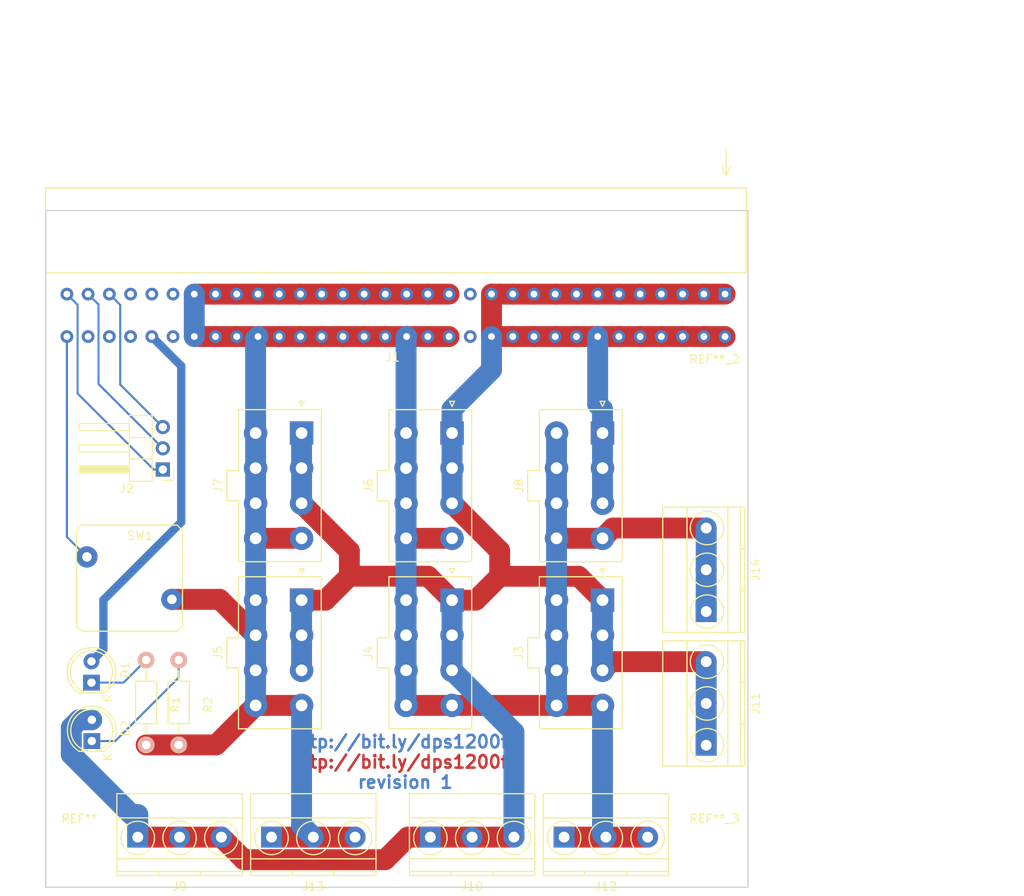
<source format=kicad_pcb>
(kicad_pcb (version 20171130) (host pcbnew "(5.1.12)-1")

  (general
    (thickness 1.6)
    (drawings 8)
    (tracks 171)
    (zones 0)
    (modules 22)
    (nets 10)
  )

  (page A4)
  (layers
    (0 F.Cu signal)
    (31 B.Cu signal)
    (32 B.Adhes user hide)
    (33 F.Adhes user hide)
    (34 B.Paste user hide)
    (35 F.Paste user hide)
    (36 B.SilkS user)
    (37 F.SilkS user hide)
    (38 B.Mask user)
    (39 F.Mask user)
    (40 Dwgs.User user)
    (41 Cmts.User user)
    (42 Eco1.User user)
    (43 Eco2.User user)
    (44 Edge.Cuts user)
    (45 Margin user)
    (46 B.CrtYd user)
    (47 F.CrtYd user)
    (48 B.Fab user)
    (49 F.Fab user)
  )

  (setup
    (last_trace_width 0.25)
    (trace_clearance 0.2)
    (zone_clearance 0.508)
    (zone_45_only no)
    (trace_min 0.2)
    (via_size 0.6)
    (via_drill 0.4)
    (via_min_size 0.4)
    (via_min_drill 0.3)
    (uvia_size 0.3)
    (uvia_drill 0.1)
    (uvias_allowed no)
    (uvia_min_size 0.2)
    (uvia_min_drill 0.1)
    (edge_width 0.15)
    (segment_width 0.2)
    (pcb_text_width 0.3)
    (pcb_text_size 1.5 1.5)
    (mod_edge_width 0.15)
    (mod_text_size 1 1)
    (mod_text_width 0.15)
    (pad_size 1.524 1.524)
    (pad_drill 0.8128)
    (pad_to_mask_clearance 0.2)
    (aux_axis_origin 0 0)
    (visible_elements 7FFFFFFF)
    (pcbplotparams
      (layerselection 0x3ffff_80000001)
      (usegerberextensions false)
      (usegerberattributes true)
      (usegerberadvancedattributes true)
      (creategerberjobfile true)
      (excludeedgelayer true)
      (linewidth 0.100000)
      (plotframeref false)
      (viasonmask false)
      (mode 1)
      (useauxorigin false)
      (hpglpennumber 1)
      (hpglpenspeed 20)
      (hpglpendiameter 15.000000)
      (psnegative false)
      (psa4output false)
      (plotreference true)
      (plotvalue true)
      (plotinvisibletext false)
      (padsonsilk false)
      (subtractmaskfromsilk false)
      (outputformat 1)
      (mirror false)
      (drillshape 0)
      (scaleselection 1)
      (outputdirectory "gerbers"))
  )

  (net 0 "")
  (net 1 "Net-(D1-Pad1)")
  (net 2 12VSB)
  (net 3 "Net-(D2-Pad1)")
  (net 4 12V)
  (net 5 RTN)
  (net 6 GND)
  (net 7 SDA)
  (net 8 SCL)
  (net 9 PSON)

  (net_class Default "This is the default net class."
    (clearance 0.2)
    (trace_width 0.25)
    (via_dia 0.6)
    (via_drill 0.4)
    (uvia_dia 0.3)
    (uvia_drill 0.1)
    (add_net GND)
    (add_net "Net-(D1-Pad1)")
    (add_net "Net-(D2-Pad1)")
    (add_net PSON)
    (add_net SCL)
    (add_net SDA)
  )

  (net_class High_Power ""
    (clearance 0.2)
    (trace_width 2.5)
    (via_dia 0.6)
    (via_drill 0.4)
    (uvia_dia 0.3)
    (uvia_drill 0.1)
    (add_net 12V)
    (add_net RTN)
  )

  (net_class Low_Power ""
    (clearance 0.2)
    (trace_width 1)
    (via_dia 0.6)
    (via_drill 0.4)
    (uvia_dia 0.3)
    (uvia_drill 0.1)
    (add_net 12VSB)
  )

  (module Connectors_Molex:Molex_MiniFit-JR-5556-08A_2x04x4.20mm_Straight (layer F.Cu) (tedit 57528BFB) (tstamp 594AA919)
    (at 92.5966 96.6327 270)
    (descr "Molex Mini-Fit JR, PN:5556-08A, dual row, top entry type, through hole")
    (tags "connector molex mini-fit 5556")
    (path /59480E4B)
    (fp_text reference J7 (at 6.3 10 270) (layer F.SilkS)
      (effects (font (size 1 1) (thickness 0.15)))
    )
    (fp_text value PEG (at 6.3 -4 270) (layer F.Fab)
      (effects (font (size 1 1) (thickness 0.15)))
    )
    (fp_line (start 15.8 -2.75) (end -3.15 -2.75) (layer F.CrtYd) (width 0.05))
    (fp_line (start 15.8 9.3) (end 15.8 -2.75) (layer F.CrtYd) (width 0.05))
    (fp_line (start -3.15 9.3) (end 15.8 9.3) (layer F.CrtYd) (width 0.05))
    (fp_line (start -3.15 -2.75) (end -3.15 9.3) (layer F.CrtYd) (width 0.05))
    (fp_line (start -3.8 -0.3) (end -3.2 0) (layer F.SilkS) (width 0.15))
    (fp_line (start -3.8 0.3) (end -3.8 -0.3) (layer F.SilkS) (width 0.15))
    (fp_line (start -3.2 0) (end -3.8 0.3) (layer F.SilkS) (width 0.15))
    (fp_line (start 8.1 8.95) (end 6.3 8.95) (layer F.SilkS) (width 0.15))
    (fp_line (start 8.1 7.55) (end 8.1 8.95) (layer F.SilkS) (width 0.15))
    (fp_line (start 15.4 7.55) (end 8.1 7.55) (layer F.SilkS) (width 0.15))
    (fp_line (start 15.4 -2.35) (end 15.4 7.55) (layer F.SilkS) (width 0.15))
    (fp_line (start 6.3 -2.35) (end 15.4 -2.35) (layer F.SilkS) (width 0.15))
    (fp_line (start 4.5 8.95) (end 6.3 8.95) (layer F.SilkS) (width 0.15))
    (fp_line (start 4.5 7.55) (end 4.5 8.95) (layer F.SilkS) (width 0.15))
    (fp_line (start -2.8 7.55) (end 4.5 7.55) (layer F.SilkS) (width 0.15))
    (fp_line (start -2.8 -2.35) (end -2.8 7.55) (layer F.SilkS) (width 0.15))
    (fp_line (start 6.3 -2.35) (end -2.8 -2.35) (layer F.SilkS) (width 0.15))
    (fp_line (start 14.35 7.25) (end 10.85 7.25) (layer F.Fab) (width 0.05))
    (fp_line (start 14.35 4.625) (end 14.35 7.25) (layer F.Fab) (width 0.05))
    (fp_line (start 13.475 3.75) (end 14.35 4.625) (layer F.Fab) (width 0.05))
    (fp_line (start 11.725 3.75) (end 13.475 3.75) (layer F.Fab) (width 0.05))
    (fp_line (start 10.85 4.625) (end 11.725 3.75) (layer F.Fab) (width 0.05))
    (fp_line (start 10.85 7.25) (end 10.85 4.625) (layer F.Fab) (width 0.05))
    (fp_line (start 14.35 -1.75) (end 10.85 -1.75) (layer F.Fab) (width 0.05))
    (fp_line (start 14.35 1.75) (end 14.35 -1.75) (layer F.Fab) (width 0.05))
    (fp_line (start 10.85 1.75) (end 14.35 1.75) (layer F.Fab) (width 0.05))
    (fp_line (start 10.85 -1.75) (end 10.85 1.75) (layer F.Fab) (width 0.05))
    (fp_line (start 10.15 1.75) (end 6.65 1.75) (layer F.Fab) (width 0.05))
    (fp_line (start 10.15 -0.875) (end 10.15 1.75) (layer F.Fab) (width 0.05))
    (fp_line (start 9.275 -1.75) (end 10.15 -0.875) (layer F.Fab) (width 0.05))
    (fp_line (start 7.525 -1.75) (end 9.275 -1.75) (layer F.Fab) (width 0.05))
    (fp_line (start 6.65 -0.875) (end 7.525 -1.75) (layer F.Fab) (width 0.05))
    (fp_line (start 6.65 1.75) (end 6.65 -0.875) (layer F.Fab) (width 0.05))
    (fp_line (start 10.15 3.75) (end 6.65 3.75) (layer F.Fab) (width 0.05))
    (fp_line (start 10.15 7.25) (end 10.15 3.75) (layer F.Fab) (width 0.05))
    (fp_line (start 6.65 7.25) (end 10.15 7.25) (layer F.Fab) (width 0.05))
    (fp_line (start 6.65 3.75) (end 6.65 7.25) (layer F.Fab) (width 0.05))
    (fp_line (start 5.95 1.75) (end 2.45 1.75) (layer F.Fab) (width 0.05))
    (fp_line (start 5.95 -0.875) (end 5.95 1.75) (layer F.Fab) (width 0.05))
    (fp_line (start 5.075 -1.75) (end 5.95 -0.875) (layer F.Fab) (width 0.05))
    (fp_line (start 3.325 -1.75) (end 5.075 -1.75) (layer F.Fab) (width 0.05))
    (fp_line (start 2.45 -0.875) (end 3.325 -1.75) (layer F.Fab) (width 0.05))
    (fp_line (start 2.45 1.75) (end 2.45 -0.875) (layer F.Fab) (width 0.05))
    (fp_line (start 5.95 3.75) (end 2.45 3.75) (layer F.Fab) (width 0.05))
    (fp_line (start 5.95 7.25) (end 5.95 3.75) (layer F.Fab) (width 0.05))
    (fp_line (start 2.45 7.25) (end 5.95 7.25) (layer F.Fab) (width 0.05))
    (fp_line (start 2.45 3.75) (end 2.45 7.25) (layer F.Fab) (width 0.05))
    (fp_line (start 1.75 7.25) (end -1.75 7.25) (layer F.Fab) (width 0.05))
    (fp_line (start 1.75 4.625) (end 1.75 7.25) (layer F.Fab) (width 0.05))
    (fp_line (start 0.875 3.75) (end 1.75 4.625) (layer F.Fab) (width 0.05))
    (fp_line (start -0.875 3.75) (end 0.875 3.75) (layer F.Fab) (width 0.05))
    (fp_line (start -1.75 4.625) (end -0.875 3.75) (layer F.Fab) (width 0.05))
    (fp_line (start -1.75 7.25) (end -1.75 4.625) (layer F.Fab) (width 0.05))
    (fp_line (start 1.75 -1.75) (end -1.75 -1.75) (layer F.Fab) (width 0.05))
    (fp_line (start 1.75 1.75) (end 1.75 -1.75) (layer F.Fab) (width 0.05))
    (fp_line (start -1.75 1.75) (end 1.75 1.75) (layer F.Fab) (width 0.05))
    (fp_line (start -1.75 -1.75) (end -1.75 1.75) (layer F.Fab) (width 0.05))
    (fp_line (start 8 8.85) (end 8 7.45) (layer F.Fab) (width 0.05))
    (fp_line (start 4.6 8.85) (end 8 8.85) (layer F.Fab) (width 0.05))
    (fp_line (start 4.6 7.45) (end 4.6 8.85) (layer F.Fab) (width 0.05))
    (fp_line (start 15.3 -2.25) (end -2.7 -2.25) (layer F.Fab) (width 0.05))
    (fp_line (start 15.3 7.45) (end 15.3 -2.25) (layer F.Fab) (width 0.05))
    (fp_line (start -2.7 7.45) (end 15.3 7.45) (layer F.Fab) (width 0.05))
    (fp_line (start -2.7 -2.25) (end -2.7 7.45) (layer F.Fab) (width 0.05))
    (pad 1 thru_hole rect (at 0 0 270) (size 2.8 2.8) (drill 1.4) (layers *.Cu *.Mask)
      (net 4 12V))
    (pad 2 thru_hole circle (at 4.2 0 270) (size 2.8 2.8) (drill 1.4) (layers *.Cu *.Mask)
      (net 4 12V))
    (pad 3 thru_hole circle (at 8.4 0 270) (size 2.8 2.8) (drill 1.4) (layers *.Cu *.Mask)
      (net 4 12V))
    (pad 4 thru_hole circle (at 12.6 0 270) (size 2.8 2.8) (drill 1.4) (layers *.Cu *.Mask)
      (net 5 RTN))
    (pad 5 thru_hole circle (at 0 5.5 270) (size 2.8 2.8) (drill 1.4) (layers *.Cu *.Mask)
      (net 5 RTN))
    (pad 6 thru_hole circle (at 4.2 5.5 270) (size 2.8 2.8) (drill 1.4) (layers *.Cu *.Mask)
      (net 5 RTN))
    (pad 7 thru_hole circle (at 8.4 5.5 270) (size 2.8 2.8) (drill 1.4) (layers *.Cu *.Mask)
      (net 5 RTN))
    (pad 8 thru_hole circle (at 12.6 5.5 270) (size 2.8 2.8) (drill 1.4) (layers *.Cu *.Mask)
      (net 5 RTN))
    (model Connectors_Molex.3dshapes/Molex_MiniFit-JR-5556-08A_2x04x4.20mm_Straight.wrl
      (at (xyz 0 0 0))
      (scale (xyz 1 1 1))
      (rotate (xyz 0 0 0))
    )
  )

  (module Connectors_Molex:Molex_MiniFit-JR-5556-08A_2x04x4.20mm_Straight (layer F.Cu) (tedit 57528BFB) (tstamp 594AA90D)
    (at 110.597 96.6327 270)
    (descr "Molex Mini-Fit JR, PN:5556-08A, dual row, top entry type, through hole")
    (tags "connector molex mini-fit 5556")
    (path /59480EDD)
    (fp_text reference J6 (at 6.3 10 270) (layer F.SilkS)
      (effects (font (size 1 1) (thickness 0.15)))
    )
    (fp_text value PEG (at 6.3 -4 270) (layer F.Fab)
      (effects (font (size 1 1) (thickness 0.15)))
    )
    (fp_line (start 15.8 -2.75) (end -3.15 -2.75) (layer F.CrtYd) (width 0.05))
    (fp_line (start 15.8 9.3) (end 15.8 -2.75) (layer F.CrtYd) (width 0.05))
    (fp_line (start -3.15 9.3) (end 15.8 9.3) (layer F.CrtYd) (width 0.05))
    (fp_line (start -3.15 -2.75) (end -3.15 9.3) (layer F.CrtYd) (width 0.05))
    (fp_line (start -3.8 -0.3) (end -3.2 0) (layer F.SilkS) (width 0.15))
    (fp_line (start -3.8 0.3) (end -3.8 -0.3) (layer F.SilkS) (width 0.15))
    (fp_line (start -3.2 0) (end -3.8 0.3) (layer F.SilkS) (width 0.15))
    (fp_line (start 8.1 8.95) (end 6.3 8.95) (layer F.SilkS) (width 0.15))
    (fp_line (start 8.1 7.55) (end 8.1 8.95) (layer F.SilkS) (width 0.15))
    (fp_line (start 15.4 7.55) (end 8.1 7.55) (layer F.SilkS) (width 0.15))
    (fp_line (start 15.4 -2.35) (end 15.4 7.55) (layer F.SilkS) (width 0.15))
    (fp_line (start 6.3 -2.35) (end 15.4 -2.35) (layer F.SilkS) (width 0.15))
    (fp_line (start 4.5 8.95) (end 6.3 8.95) (layer F.SilkS) (width 0.15))
    (fp_line (start 4.5 7.55) (end 4.5 8.95) (layer F.SilkS) (width 0.15))
    (fp_line (start -2.8 7.55) (end 4.5 7.55) (layer F.SilkS) (width 0.15))
    (fp_line (start -2.8 -2.35) (end -2.8 7.55) (layer F.SilkS) (width 0.15))
    (fp_line (start 6.3 -2.35) (end -2.8 -2.35) (layer F.SilkS) (width 0.15))
    (fp_line (start 14.35 7.25) (end 10.85 7.25) (layer F.Fab) (width 0.05))
    (fp_line (start 14.35 4.625) (end 14.35 7.25) (layer F.Fab) (width 0.05))
    (fp_line (start 13.475 3.75) (end 14.35 4.625) (layer F.Fab) (width 0.05))
    (fp_line (start 11.725 3.75) (end 13.475 3.75) (layer F.Fab) (width 0.05))
    (fp_line (start 10.85 4.625) (end 11.725 3.75) (layer F.Fab) (width 0.05))
    (fp_line (start 10.85 7.25) (end 10.85 4.625) (layer F.Fab) (width 0.05))
    (fp_line (start 14.35 -1.75) (end 10.85 -1.75) (layer F.Fab) (width 0.05))
    (fp_line (start 14.35 1.75) (end 14.35 -1.75) (layer F.Fab) (width 0.05))
    (fp_line (start 10.85 1.75) (end 14.35 1.75) (layer F.Fab) (width 0.05))
    (fp_line (start 10.85 -1.75) (end 10.85 1.75) (layer F.Fab) (width 0.05))
    (fp_line (start 10.15 1.75) (end 6.65 1.75) (layer F.Fab) (width 0.05))
    (fp_line (start 10.15 -0.875) (end 10.15 1.75) (layer F.Fab) (width 0.05))
    (fp_line (start 9.275 -1.75) (end 10.15 -0.875) (layer F.Fab) (width 0.05))
    (fp_line (start 7.525 -1.75) (end 9.275 -1.75) (layer F.Fab) (width 0.05))
    (fp_line (start 6.65 -0.875) (end 7.525 -1.75) (layer F.Fab) (width 0.05))
    (fp_line (start 6.65 1.75) (end 6.65 -0.875) (layer F.Fab) (width 0.05))
    (fp_line (start 10.15 3.75) (end 6.65 3.75) (layer F.Fab) (width 0.05))
    (fp_line (start 10.15 7.25) (end 10.15 3.75) (layer F.Fab) (width 0.05))
    (fp_line (start 6.65 7.25) (end 10.15 7.25) (layer F.Fab) (width 0.05))
    (fp_line (start 6.65 3.75) (end 6.65 7.25) (layer F.Fab) (width 0.05))
    (fp_line (start 5.95 1.75) (end 2.45 1.75) (layer F.Fab) (width 0.05))
    (fp_line (start 5.95 -0.875) (end 5.95 1.75) (layer F.Fab) (width 0.05))
    (fp_line (start 5.075 -1.75) (end 5.95 -0.875) (layer F.Fab) (width 0.05))
    (fp_line (start 3.325 -1.75) (end 5.075 -1.75) (layer F.Fab) (width 0.05))
    (fp_line (start 2.45 -0.875) (end 3.325 -1.75) (layer F.Fab) (width 0.05))
    (fp_line (start 2.45 1.75) (end 2.45 -0.875) (layer F.Fab) (width 0.05))
    (fp_line (start 5.95 3.75) (end 2.45 3.75) (layer F.Fab) (width 0.05))
    (fp_line (start 5.95 7.25) (end 5.95 3.75) (layer F.Fab) (width 0.05))
    (fp_line (start 2.45 7.25) (end 5.95 7.25) (layer F.Fab) (width 0.05))
    (fp_line (start 2.45 3.75) (end 2.45 7.25) (layer F.Fab) (width 0.05))
    (fp_line (start 1.75 7.25) (end -1.75 7.25) (layer F.Fab) (width 0.05))
    (fp_line (start 1.75 4.625) (end 1.75 7.25) (layer F.Fab) (width 0.05))
    (fp_line (start 0.875 3.75) (end 1.75 4.625) (layer F.Fab) (width 0.05))
    (fp_line (start -0.875 3.75) (end 0.875 3.75) (layer F.Fab) (width 0.05))
    (fp_line (start -1.75 4.625) (end -0.875 3.75) (layer F.Fab) (width 0.05))
    (fp_line (start -1.75 7.25) (end -1.75 4.625) (layer F.Fab) (width 0.05))
    (fp_line (start 1.75 -1.75) (end -1.75 -1.75) (layer F.Fab) (width 0.05))
    (fp_line (start 1.75 1.75) (end 1.75 -1.75) (layer F.Fab) (width 0.05))
    (fp_line (start -1.75 1.75) (end 1.75 1.75) (layer F.Fab) (width 0.05))
    (fp_line (start -1.75 -1.75) (end -1.75 1.75) (layer F.Fab) (width 0.05))
    (fp_line (start 8 8.85) (end 8 7.45) (layer F.Fab) (width 0.05))
    (fp_line (start 4.6 8.85) (end 8 8.85) (layer F.Fab) (width 0.05))
    (fp_line (start 4.6 7.45) (end 4.6 8.85) (layer F.Fab) (width 0.05))
    (fp_line (start 15.3 -2.25) (end -2.7 -2.25) (layer F.Fab) (width 0.05))
    (fp_line (start 15.3 7.45) (end 15.3 -2.25) (layer F.Fab) (width 0.05))
    (fp_line (start -2.7 7.45) (end 15.3 7.45) (layer F.Fab) (width 0.05))
    (fp_line (start -2.7 -2.25) (end -2.7 7.45) (layer F.Fab) (width 0.05))
    (pad 1 thru_hole rect (at 0 0 270) (size 2.8 2.8) (drill 1.4) (layers *.Cu *.Mask)
      (net 4 12V))
    (pad 2 thru_hole circle (at 4.2 0 270) (size 2.8 2.8) (drill 1.4) (layers *.Cu *.Mask)
      (net 4 12V))
    (pad 3 thru_hole circle (at 8.4 0 270) (size 2.8 2.8) (drill 1.4) (layers *.Cu *.Mask)
      (net 4 12V))
    (pad 4 thru_hole circle (at 12.6 0 270) (size 2.8 2.8) (drill 1.4) (layers *.Cu *.Mask)
      (net 5 RTN))
    (pad 5 thru_hole circle (at 0 5.5 270) (size 2.8 2.8) (drill 1.4) (layers *.Cu *.Mask)
      (net 5 RTN))
    (pad 6 thru_hole circle (at 4.2 5.5 270) (size 2.8 2.8) (drill 1.4) (layers *.Cu *.Mask)
      (net 5 RTN))
    (pad 7 thru_hole circle (at 8.4 5.5 270) (size 2.8 2.8) (drill 1.4) (layers *.Cu *.Mask)
      (net 5 RTN))
    (pad 8 thru_hole circle (at 12.6 5.5 270) (size 2.8 2.8) (drill 1.4) (layers *.Cu *.Mask)
      (net 5 RTN))
    (model Connectors_Molex.3dshapes/Molex_MiniFit-JR-5556-08A_2x04x4.20mm_Straight.wrl
      (at (xyz 0 0 0))
      (scale (xyz 1 1 1))
      (rotate (xyz 0 0 0))
    )
  )

  (module Connectors_Molex:Molex_MiniFit-JR-5556-08A_2x04x4.20mm_Straight (layer F.Cu) (tedit 57528BFB) (tstamp 594AA925)
    (at 128.597 96.6327 270)
    (descr "Molex Mini-Fit JR, PN:5556-08A, dual row, top entry type, through hole")
    (tags "connector molex mini-fit 5556")
    (path /59480F29)
    (fp_text reference J8 (at 6.3 10 270) (layer F.SilkS)
      (effects (font (size 1 1) (thickness 0.15)))
    )
    (fp_text value PEG (at 6.3 -4 270) (layer F.Fab)
      (effects (font (size 1 1) (thickness 0.15)))
    )
    (fp_line (start 15.8 -2.75) (end -3.15 -2.75) (layer F.CrtYd) (width 0.05))
    (fp_line (start 15.8 9.3) (end 15.8 -2.75) (layer F.CrtYd) (width 0.05))
    (fp_line (start -3.15 9.3) (end 15.8 9.3) (layer F.CrtYd) (width 0.05))
    (fp_line (start -3.15 -2.75) (end -3.15 9.3) (layer F.CrtYd) (width 0.05))
    (fp_line (start -3.8 -0.3) (end -3.2 0) (layer F.SilkS) (width 0.15))
    (fp_line (start -3.8 0.3) (end -3.8 -0.3) (layer F.SilkS) (width 0.15))
    (fp_line (start -3.2 0) (end -3.8 0.3) (layer F.SilkS) (width 0.15))
    (fp_line (start 8.1 8.95) (end 6.3 8.95) (layer F.SilkS) (width 0.15))
    (fp_line (start 8.1 7.55) (end 8.1 8.95) (layer F.SilkS) (width 0.15))
    (fp_line (start 15.4 7.55) (end 8.1 7.55) (layer F.SilkS) (width 0.15))
    (fp_line (start 15.4 -2.35) (end 15.4 7.55) (layer F.SilkS) (width 0.15))
    (fp_line (start 6.3 -2.35) (end 15.4 -2.35) (layer F.SilkS) (width 0.15))
    (fp_line (start 4.5 8.95) (end 6.3 8.95) (layer F.SilkS) (width 0.15))
    (fp_line (start 4.5 7.55) (end 4.5 8.95) (layer F.SilkS) (width 0.15))
    (fp_line (start -2.8 7.55) (end 4.5 7.55) (layer F.SilkS) (width 0.15))
    (fp_line (start -2.8 -2.35) (end -2.8 7.55) (layer F.SilkS) (width 0.15))
    (fp_line (start 6.3 -2.35) (end -2.8 -2.35) (layer F.SilkS) (width 0.15))
    (fp_line (start 14.35 7.25) (end 10.85 7.25) (layer F.Fab) (width 0.05))
    (fp_line (start 14.35 4.625) (end 14.35 7.25) (layer F.Fab) (width 0.05))
    (fp_line (start 13.475 3.75) (end 14.35 4.625) (layer F.Fab) (width 0.05))
    (fp_line (start 11.725 3.75) (end 13.475 3.75) (layer F.Fab) (width 0.05))
    (fp_line (start 10.85 4.625) (end 11.725 3.75) (layer F.Fab) (width 0.05))
    (fp_line (start 10.85 7.25) (end 10.85 4.625) (layer F.Fab) (width 0.05))
    (fp_line (start 14.35 -1.75) (end 10.85 -1.75) (layer F.Fab) (width 0.05))
    (fp_line (start 14.35 1.75) (end 14.35 -1.75) (layer F.Fab) (width 0.05))
    (fp_line (start 10.85 1.75) (end 14.35 1.75) (layer F.Fab) (width 0.05))
    (fp_line (start 10.85 -1.75) (end 10.85 1.75) (layer F.Fab) (width 0.05))
    (fp_line (start 10.15 1.75) (end 6.65 1.75) (layer F.Fab) (width 0.05))
    (fp_line (start 10.15 -0.875) (end 10.15 1.75) (layer F.Fab) (width 0.05))
    (fp_line (start 9.275 -1.75) (end 10.15 -0.875) (layer F.Fab) (width 0.05))
    (fp_line (start 7.525 -1.75) (end 9.275 -1.75) (layer F.Fab) (width 0.05))
    (fp_line (start 6.65 -0.875) (end 7.525 -1.75) (layer F.Fab) (width 0.05))
    (fp_line (start 6.65 1.75) (end 6.65 -0.875) (layer F.Fab) (width 0.05))
    (fp_line (start 10.15 3.75) (end 6.65 3.75) (layer F.Fab) (width 0.05))
    (fp_line (start 10.15 7.25) (end 10.15 3.75) (layer F.Fab) (width 0.05))
    (fp_line (start 6.65 7.25) (end 10.15 7.25) (layer F.Fab) (width 0.05))
    (fp_line (start 6.65 3.75) (end 6.65 7.25) (layer F.Fab) (width 0.05))
    (fp_line (start 5.95 1.75) (end 2.45 1.75) (layer F.Fab) (width 0.05))
    (fp_line (start 5.95 -0.875) (end 5.95 1.75) (layer F.Fab) (width 0.05))
    (fp_line (start 5.075 -1.75) (end 5.95 -0.875) (layer F.Fab) (width 0.05))
    (fp_line (start 3.325 -1.75) (end 5.075 -1.75) (layer F.Fab) (width 0.05))
    (fp_line (start 2.45 -0.875) (end 3.325 -1.75) (layer F.Fab) (width 0.05))
    (fp_line (start 2.45 1.75) (end 2.45 -0.875) (layer F.Fab) (width 0.05))
    (fp_line (start 5.95 3.75) (end 2.45 3.75) (layer F.Fab) (width 0.05))
    (fp_line (start 5.95 7.25) (end 5.95 3.75) (layer F.Fab) (width 0.05))
    (fp_line (start 2.45 7.25) (end 5.95 7.25) (layer F.Fab) (width 0.05))
    (fp_line (start 2.45 3.75) (end 2.45 7.25) (layer F.Fab) (width 0.05))
    (fp_line (start 1.75 7.25) (end -1.75 7.25) (layer F.Fab) (width 0.05))
    (fp_line (start 1.75 4.625) (end 1.75 7.25) (layer F.Fab) (width 0.05))
    (fp_line (start 0.875 3.75) (end 1.75 4.625) (layer F.Fab) (width 0.05))
    (fp_line (start -0.875 3.75) (end 0.875 3.75) (layer F.Fab) (width 0.05))
    (fp_line (start -1.75 4.625) (end -0.875 3.75) (layer F.Fab) (width 0.05))
    (fp_line (start -1.75 7.25) (end -1.75 4.625) (layer F.Fab) (width 0.05))
    (fp_line (start 1.75 -1.75) (end -1.75 -1.75) (layer F.Fab) (width 0.05))
    (fp_line (start 1.75 1.75) (end 1.75 -1.75) (layer F.Fab) (width 0.05))
    (fp_line (start -1.75 1.75) (end 1.75 1.75) (layer F.Fab) (width 0.05))
    (fp_line (start -1.75 -1.75) (end -1.75 1.75) (layer F.Fab) (width 0.05))
    (fp_line (start 8 8.85) (end 8 7.45) (layer F.Fab) (width 0.05))
    (fp_line (start 4.6 8.85) (end 8 8.85) (layer F.Fab) (width 0.05))
    (fp_line (start 4.6 7.45) (end 4.6 8.85) (layer F.Fab) (width 0.05))
    (fp_line (start 15.3 -2.25) (end -2.7 -2.25) (layer F.Fab) (width 0.05))
    (fp_line (start 15.3 7.45) (end 15.3 -2.25) (layer F.Fab) (width 0.05))
    (fp_line (start -2.7 7.45) (end 15.3 7.45) (layer F.Fab) (width 0.05))
    (fp_line (start -2.7 -2.25) (end -2.7 7.45) (layer F.Fab) (width 0.05))
    (pad 1 thru_hole rect (at 0 0 270) (size 2.8 2.8) (drill 1.4) (layers *.Cu *.Mask)
      (net 4 12V))
    (pad 2 thru_hole circle (at 4.2 0 270) (size 2.8 2.8) (drill 1.4) (layers *.Cu *.Mask)
      (net 4 12V))
    (pad 3 thru_hole circle (at 8.4 0 270) (size 2.8 2.8) (drill 1.4) (layers *.Cu *.Mask)
      (net 4 12V))
    (pad 4 thru_hole circle (at 12.6 0 270) (size 2.8 2.8) (drill 1.4) (layers *.Cu *.Mask)
      (net 5 RTN))
    (pad 5 thru_hole circle (at 0 5.5 270) (size 2.8 2.8) (drill 1.4) (layers *.Cu *.Mask)
      (net 5 RTN))
    (pad 6 thru_hole circle (at 4.2 5.5 270) (size 2.8 2.8) (drill 1.4) (layers *.Cu *.Mask)
      (net 5 RTN))
    (pad 7 thru_hole circle (at 8.4 5.5 270) (size 2.8 2.8) (drill 1.4) (layers *.Cu *.Mask)
      (net 5 RTN))
    (pad 8 thru_hole circle (at 12.6 5.5 270) (size 2.8 2.8) (drill 1.4) (layers *.Cu *.Mask)
      (net 5 RTN))
    (model Connectors_Molex.3dshapes/Molex_MiniFit-JR-5556-08A_2x04x4.20mm_Straight.wrl
      (at (xyz 0 0 0))
      (scale (xyz 1 1 1))
      (rotate (xyz 0 0 0))
    )
  )

  (module Connectors_Molex:Molex_MiniFit-JR-5556-08A_2x04x4.20mm_Straight (layer F.Cu) (tedit 57528BFB) (tstamp 594AA901)
    (at 92.5966 116.633 270)
    (descr "Molex Mini-Fit JR, PN:5556-08A, dual row, top entry type, through hole")
    (tags "connector molex mini-fit 5556")
    (path /59480E0B)
    (fp_text reference J5 (at 6.3 10 270) (layer F.SilkS)
      (effects (font (size 1 1) (thickness 0.15)))
    )
    (fp_text value PEG (at 6.3 -4 270) (layer F.Fab)
      (effects (font (size 1 1) (thickness 0.15)))
    )
    (fp_line (start 15.8 -2.75) (end -3.15 -2.75) (layer F.CrtYd) (width 0.05))
    (fp_line (start 15.8 9.3) (end 15.8 -2.75) (layer F.CrtYd) (width 0.05))
    (fp_line (start -3.15 9.3) (end 15.8 9.3) (layer F.CrtYd) (width 0.05))
    (fp_line (start -3.15 -2.75) (end -3.15 9.3) (layer F.CrtYd) (width 0.05))
    (fp_line (start -3.8 -0.3) (end -3.2 0) (layer F.SilkS) (width 0.15))
    (fp_line (start -3.8 0.3) (end -3.8 -0.3) (layer F.SilkS) (width 0.15))
    (fp_line (start -3.2 0) (end -3.8 0.3) (layer F.SilkS) (width 0.15))
    (fp_line (start 8.1 8.95) (end 6.3 8.95) (layer F.SilkS) (width 0.15))
    (fp_line (start 8.1 7.55) (end 8.1 8.95) (layer F.SilkS) (width 0.15))
    (fp_line (start 15.4 7.55) (end 8.1 7.55) (layer F.SilkS) (width 0.15))
    (fp_line (start 15.4 -2.35) (end 15.4 7.55) (layer F.SilkS) (width 0.15))
    (fp_line (start 6.3 -2.35) (end 15.4 -2.35) (layer F.SilkS) (width 0.15))
    (fp_line (start 4.5 8.95) (end 6.3 8.95) (layer F.SilkS) (width 0.15))
    (fp_line (start 4.5 7.55) (end 4.5 8.95) (layer F.SilkS) (width 0.15))
    (fp_line (start -2.8 7.55) (end 4.5 7.55) (layer F.SilkS) (width 0.15))
    (fp_line (start -2.8 -2.35) (end -2.8 7.55) (layer F.SilkS) (width 0.15))
    (fp_line (start 6.3 -2.35) (end -2.8 -2.35) (layer F.SilkS) (width 0.15))
    (fp_line (start 14.35 7.25) (end 10.85 7.25) (layer F.Fab) (width 0.05))
    (fp_line (start 14.35 4.625) (end 14.35 7.25) (layer F.Fab) (width 0.05))
    (fp_line (start 13.475 3.75) (end 14.35 4.625) (layer F.Fab) (width 0.05))
    (fp_line (start 11.725 3.75) (end 13.475 3.75) (layer F.Fab) (width 0.05))
    (fp_line (start 10.85 4.625) (end 11.725 3.75) (layer F.Fab) (width 0.05))
    (fp_line (start 10.85 7.25) (end 10.85 4.625) (layer F.Fab) (width 0.05))
    (fp_line (start 14.35 -1.75) (end 10.85 -1.75) (layer F.Fab) (width 0.05))
    (fp_line (start 14.35 1.75) (end 14.35 -1.75) (layer F.Fab) (width 0.05))
    (fp_line (start 10.85 1.75) (end 14.35 1.75) (layer F.Fab) (width 0.05))
    (fp_line (start 10.85 -1.75) (end 10.85 1.75) (layer F.Fab) (width 0.05))
    (fp_line (start 10.15 1.75) (end 6.65 1.75) (layer F.Fab) (width 0.05))
    (fp_line (start 10.15 -0.875) (end 10.15 1.75) (layer F.Fab) (width 0.05))
    (fp_line (start 9.275 -1.75) (end 10.15 -0.875) (layer F.Fab) (width 0.05))
    (fp_line (start 7.525 -1.75) (end 9.275 -1.75) (layer F.Fab) (width 0.05))
    (fp_line (start 6.65 -0.875) (end 7.525 -1.75) (layer F.Fab) (width 0.05))
    (fp_line (start 6.65 1.75) (end 6.65 -0.875) (layer F.Fab) (width 0.05))
    (fp_line (start 10.15 3.75) (end 6.65 3.75) (layer F.Fab) (width 0.05))
    (fp_line (start 10.15 7.25) (end 10.15 3.75) (layer F.Fab) (width 0.05))
    (fp_line (start 6.65 7.25) (end 10.15 7.25) (layer F.Fab) (width 0.05))
    (fp_line (start 6.65 3.75) (end 6.65 7.25) (layer F.Fab) (width 0.05))
    (fp_line (start 5.95 1.75) (end 2.45 1.75) (layer F.Fab) (width 0.05))
    (fp_line (start 5.95 -0.875) (end 5.95 1.75) (layer F.Fab) (width 0.05))
    (fp_line (start 5.075 -1.75) (end 5.95 -0.875) (layer F.Fab) (width 0.05))
    (fp_line (start 3.325 -1.75) (end 5.075 -1.75) (layer F.Fab) (width 0.05))
    (fp_line (start 2.45 -0.875) (end 3.325 -1.75) (layer F.Fab) (width 0.05))
    (fp_line (start 2.45 1.75) (end 2.45 -0.875) (layer F.Fab) (width 0.05))
    (fp_line (start 5.95 3.75) (end 2.45 3.75) (layer F.Fab) (width 0.05))
    (fp_line (start 5.95 7.25) (end 5.95 3.75) (layer F.Fab) (width 0.05))
    (fp_line (start 2.45 7.25) (end 5.95 7.25) (layer F.Fab) (width 0.05))
    (fp_line (start 2.45 3.75) (end 2.45 7.25) (layer F.Fab) (width 0.05))
    (fp_line (start 1.75 7.25) (end -1.75 7.25) (layer F.Fab) (width 0.05))
    (fp_line (start 1.75 4.625) (end 1.75 7.25) (layer F.Fab) (width 0.05))
    (fp_line (start 0.875 3.75) (end 1.75 4.625) (layer F.Fab) (width 0.05))
    (fp_line (start -0.875 3.75) (end 0.875 3.75) (layer F.Fab) (width 0.05))
    (fp_line (start -1.75 4.625) (end -0.875 3.75) (layer F.Fab) (width 0.05))
    (fp_line (start -1.75 7.25) (end -1.75 4.625) (layer F.Fab) (width 0.05))
    (fp_line (start 1.75 -1.75) (end -1.75 -1.75) (layer F.Fab) (width 0.05))
    (fp_line (start 1.75 1.75) (end 1.75 -1.75) (layer F.Fab) (width 0.05))
    (fp_line (start -1.75 1.75) (end 1.75 1.75) (layer F.Fab) (width 0.05))
    (fp_line (start -1.75 -1.75) (end -1.75 1.75) (layer F.Fab) (width 0.05))
    (fp_line (start 8 8.85) (end 8 7.45) (layer F.Fab) (width 0.05))
    (fp_line (start 4.6 8.85) (end 8 8.85) (layer F.Fab) (width 0.05))
    (fp_line (start 4.6 7.45) (end 4.6 8.85) (layer F.Fab) (width 0.05))
    (fp_line (start 15.3 -2.25) (end -2.7 -2.25) (layer F.Fab) (width 0.05))
    (fp_line (start 15.3 7.45) (end 15.3 -2.25) (layer F.Fab) (width 0.05))
    (fp_line (start -2.7 7.45) (end 15.3 7.45) (layer F.Fab) (width 0.05))
    (fp_line (start -2.7 -2.25) (end -2.7 7.45) (layer F.Fab) (width 0.05))
    (pad 1 thru_hole rect (at 0 0 270) (size 2.8 2.8) (drill 1.4) (layers *.Cu *.Mask)
      (net 4 12V))
    (pad 2 thru_hole circle (at 4.2 0 270) (size 2.8 2.8) (drill 1.4) (layers *.Cu *.Mask)
      (net 4 12V))
    (pad 3 thru_hole circle (at 8.4 0 270) (size 2.8 2.8) (drill 1.4) (layers *.Cu *.Mask)
      (net 4 12V))
    (pad 4 thru_hole circle (at 12.6 0 270) (size 2.8 2.8) (drill 1.4) (layers *.Cu *.Mask)
      (net 5 RTN))
    (pad 5 thru_hole circle (at 0 5.5 270) (size 2.8 2.8) (drill 1.4) (layers *.Cu *.Mask)
      (net 5 RTN))
    (pad 6 thru_hole circle (at 4.2 5.5 270) (size 2.8 2.8) (drill 1.4) (layers *.Cu *.Mask)
      (net 5 RTN))
    (pad 7 thru_hole circle (at 8.4 5.5 270) (size 2.8 2.8) (drill 1.4) (layers *.Cu *.Mask)
      (net 5 RTN))
    (pad 8 thru_hole circle (at 12.6 5.5 270) (size 2.8 2.8) (drill 1.4) (layers *.Cu *.Mask)
      (net 5 RTN))
    (model Connectors_Molex.3dshapes/Molex_MiniFit-JR-5556-08A_2x04x4.20mm_Straight.wrl
      (at (xyz 0 0 0))
      (scale (xyz 1 1 1))
      (rotate (xyz 0 0 0))
    )
  )

  (module Connectors_Molex:Molex_MiniFit-JR-5556-08A_2x04x4.20mm_Straight (layer F.Cu) (tedit 57528BFB) (tstamp 594AA8F5)
    (at 110.597 116.633 270)
    (descr "Molex Mini-Fit JR, PN:5556-08A, dual row, top entry type, through hole")
    (tags "connector molex mini-fit 5556")
    (path /59480E97)
    (fp_text reference J4 (at 6.3 10 270) (layer F.SilkS)
      (effects (font (size 1 1) (thickness 0.15)))
    )
    (fp_text value PEG (at 6.3 -4 270) (layer F.Fab)
      (effects (font (size 1 1) (thickness 0.15)))
    )
    (fp_line (start 15.8 -2.75) (end -3.15 -2.75) (layer F.CrtYd) (width 0.05))
    (fp_line (start 15.8 9.3) (end 15.8 -2.75) (layer F.CrtYd) (width 0.05))
    (fp_line (start -3.15 9.3) (end 15.8 9.3) (layer F.CrtYd) (width 0.05))
    (fp_line (start -3.15 -2.75) (end -3.15 9.3) (layer F.CrtYd) (width 0.05))
    (fp_line (start -3.8 -0.3) (end -3.2 0) (layer F.SilkS) (width 0.15))
    (fp_line (start -3.8 0.3) (end -3.8 -0.3) (layer F.SilkS) (width 0.15))
    (fp_line (start -3.2 0) (end -3.8 0.3) (layer F.SilkS) (width 0.15))
    (fp_line (start 8.1 8.95) (end 6.3 8.95) (layer F.SilkS) (width 0.15))
    (fp_line (start 8.1 7.55) (end 8.1 8.95) (layer F.SilkS) (width 0.15))
    (fp_line (start 15.4 7.55) (end 8.1 7.55) (layer F.SilkS) (width 0.15))
    (fp_line (start 15.4 -2.35) (end 15.4 7.55) (layer F.SilkS) (width 0.15))
    (fp_line (start 6.3 -2.35) (end 15.4 -2.35) (layer F.SilkS) (width 0.15))
    (fp_line (start 4.5 8.95) (end 6.3 8.95) (layer F.SilkS) (width 0.15))
    (fp_line (start 4.5 7.55) (end 4.5 8.95) (layer F.SilkS) (width 0.15))
    (fp_line (start -2.8 7.55) (end 4.5 7.55) (layer F.SilkS) (width 0.15))
    (fp_line (start -2.8 -2.35) (end -2.8 7.55) (layer F.SilkS) (width 0.15))
    (fp_line (start 6.3 -2.35) (end -2.8 -2.35) (layer F.SilkS) (width 0.15))
    (fp_line (start 14.35 7.25) (end 10.85 7.25) (layer F.Fab) (width 0.05))
    (fp_line (start 14.35 4.625) (end 14.35 7.25) (layer F.Fab) (width 0.05))
    (fp_line (start 13.475 3.75) (end 14.35 4.625) (layer F.Fab) (width 0.05))
    (fp_line (start 11.725 3.75) (end 13.475 3.75) (layer F.Fab) (width 0.05))
    (fp_line (start 10.85 4.625) (end 11.725 3.75) (layer F.Fab) (width 0.05))
    (fp_line (start 10.85 7.25) (end 10.85 4.625) (layer F.Fab) (width 0.05))
    (fp_line (start 14.35 -1.75) (end 10.85 -1.75) (layer F.Fab) (width 0.05))
    (fp_line (start 14.35 1.75) (end 14.35 -1.75) (layer F.Fab) (width 0.05))
    (fp_line (start 10.85 1.75) (end 14.35 1.75) (layer F.Fab) (width 0.05))
    (fp_line (start 10.85 -1.75) (end 10.85 1.75) (layer F.Fab) (width 0.05))
    (fp_line (start 10.15 1.75) (end 6.65 1.75) (layer F.Fab) (width 0.05))
    (fp_line (start 10.15 -0.875) (end 10.15 1.75) (layer F.Fab) (width 0.05))
    (fp_line (start 9.275 -1.75) (end 10.15 -0.875) (layer F.Fab) (width 0.05))
    (fp_line (start 7.525 -1.75) (end 9.275 -1.75) (layer F.Fab) (width 0.05))
    (fp_line (start 6.65 -0.875) (end 7.525 -1.75) (layer F.Fab) (width 0.05))
    (fp_line (start 6.65 1.75) (end 6.65 -0.875) (layer F.Fab) (width 0.05))
    (fp_line (start 10.15 3.75) (end 6.65 3.75) (layer F.Fab) (width 0.05))
    (fp_line (start 10.15 7.25) (end 10.15 3.75) (layer F.Fab) (width 0.05))
    (fp_line (start 6.65 7.25) (end 10.15 7.25) (layer F.Fab) (width 0.05))
    (fp_line (start 6.65 3.75) (end 6.65 7.25) (layer F.Fab) (width 0.05))
    (fp_line (start 5.95 1.75) (end 2.45 1.75) (layer F.Fab) (width 0.05))
    (fp_line (start 5.95 -0.875) (end 5.95 1.75) (layer F.Fab) (width 0.05))
    (fp_line (start 5.075 -1.75) (end 5.95 -0.875) (layer F.Fab) (width 0.05))
    (fp_line (start 3.325 -1.75) (end 5.075 -1.75) (layer F.Fab) (width 0.05))
    (fp_line (start 2.45 -0.875) (end 3.325 -1.75) (layer F.Fab) (width 0.05))
    (fp_line (start 2.45 1.75) (end 2.45 -0.875) (layer F.Fab) (width 0.05))
    (fp_line (start 5.95 3.75) (end 2.45 3.75) (layer F.Fab) (width 0.05))
    (fp_line (start 5.95 7.25) (end 5.95 3.75) (layer F.Fab) (width 0.05))
    (fp_line (start 2.45 7.25) (end 5.95 7.25) (layer F.Fab) (width 0.05))
    (fp_line (start 2.45 3.75) (end 2.45 7.25) (layer F.Fab) (width 0.05))
    (fp_line (start 1.75 7.25) (end -1.75 7.25) (layer F.Fab) (width 0.05))
    (fp_line (start 1.75 4.625) (end 1.75 7.25) (layer F.Fab) (width 0.05))
    (fp_line (start 0.875 3.75) (end 1.75 4.625) (layer F.Fab) (width 0.05))
    (fp_line (start -0.875 3.75) (end 0.875 3.75) (layer F.Fab) (width 0.05))
    (fp_line (start -1.75 4.625) (end -0.875 3.75) (layer F.Fab) (width 0.05))
    (fp_line (start -1.75 7.25) (end -1.75 4.625) (layer F.Fab) (width 0.05))
    (fp_line (start 1.75 -1.75) (end -1.75 -1.75) (layer F.Fab) (width 0.05))
    (fp_line (start 1.75 1.75) (end 1.75 -1.75) (layer F.Fab) (width 0.05))
    (fp_line (start -1.75 1.75) (end 1.75 1.75) (layer F.Fab) (width 0.05))
    (fp_line (start -1.75 -1.75) (end -1.75 1.75) (layer F.Fab) (width 0.05))
    (fp_line (start 8 8.85) (end 8 7.45) (layer F.Fab) (width 0.05))
    (fp_line (start 4.6 8.85) (end 8 8.85) (layer F.Fab) (width 0.05))
    (fp_line (start 4.6 7.45) (end 4.6 8.85) (layer F.Fab) (width 0.05))
    (fp_line (start 15.3 -2.25) (end -2.7 -2.25) (layer F.Fab) (width 0.05))
    (fp_line (start 15.3 7.45) (end 15.3 -2.25) (layer F.Fab) (width 0.05))
    (fp_line (start -2.7 7.45) (end 15.3 7.45) (layer F.Fab) (width 0.05))
    (fp_line (start -2.7 -2.25) (end -2.7 7.45) (layer F.Fab) (width 0.05))
    (pad 1 thru_hole rect (at 0 0 270) (size 2.8 2.8) (drill 1.4) (layers *.Cu *.Mask)
      (net 4 12V))
    (pad 2 thru_hole circle (at 4.2 0 270) (size 2.8 2.8) (drill 1.4) (layers *.Cu *.Mask)
      (net 4 12V))
    (pad 3 thru_hole circle (at 8.4 0 270) (size 2.8 2.8) (drill 1.4) (layers *.Cu *.Mask)
      (net 4 12V))
    (pad 4 thru_hole circle (at 12.6 0 270) (size 2.8 2.8) (drill 1.4) (layers *.Cu *.Mask)
      (net 5 RTN))
    (pad 5 thru_hole circle (at 0 5.5 270) (size 2.8 2.8) (drill 1.4) (layers *.Cu *.Mask)
      (net 5 RTN))
    (pad 6 thru_hole circle (at 4.2 5.5 270) (size 2.8 2.8) (drill 1.4) (layers *.Cu *.Mask)
      (net 5 RTN))
    (pad 7 thru_hole circle (at 8.4 5.5 270) (size 2.8 2.8) (drill 1.4) (layers *.Cu *.Mask)
      (net 5 RTN))
    (pad 8 thru_hole circle (at 12.6 5.5 270) (size 2.8 2.8) (drill 1.4) (layers *.Cu *.Mask)
      (net 5 RTN))
    (model Connectors_Molex.3dshapes/Molex_MiniFit-JR-5556-08A_2x04x4.20mm_Straight.wrl
      (at (xyz 0 0 0))
      (scale (xyz 1 1 1))
      (rotate (xyz 0 0 0))
    )
  )

  (module Connectors_Molex:Molex_MiniFit-JR-5556-08A_2x04x4.20mm_Straight (layer F.Cu) (tedit 57528BFB) (tstamp 594AA8E9)
    (at 128.597 116.633 270)
    (descr "Molex Mini-Fit JR, PN:5556-08A, dual row, top entry type, through hole")
    (tags "connector molex mini-fit 5556")
    (path /59480DAA)
    (fp_text reference J3 (at 6.3 10 270) (layer F.SilkS)
      (effects (font (size 1 1) (thickness 0.15)))
    )
    (fp_text value PEG (at 6.3 -4 270) (layer F.Fab)
      (effects (font (size 1 1) (thickness 0.15)))
    )
    (fp_line (start 15.8 -2.75) (end -3.15 -2.75) (layer F.CrtYd) (width 0.05))
    (fp_line (start 15.8 9.3) (end 15.8 -2.75) (layer F.CrtYd) (width 0.05))
    (fp_line (start -3.15 9.3) (end 15.8 9.3) (layer F.CrtYd) (width 0.05))
    (fp_line (start -3.15 -2.75) (end -3.15 9.3) (layer F.CrtYd) (width 0.05))
    (fp_line (start -3.8 -0.3) (end -3.2 0) (layer F.SilkS) (width 0.15))
    (fp_line (start -3.8 0.3) (end -3.8 -0.3) (layer F.SilkS) (width 0.15))
    (fp_line (start -3.2 0) (end -3.8 0.3) (layer F.SilkS) (width 0.15))
    (fp_line (start 8.1 8.95) (end 6.3 8.95) (layer F.SilkS) (width 0.15))
    (fp_line (start 8.1 7.55) (end 8.1 8.95) (layer F.SilkS) (width 0.15))
    (fp_line (start 15.4 7.55) (end 8.1 7.55) (layer F.SilkS) (width 0.15))
    (fp_line (start 15.4 -2.35) (end 15.4 7.55) (layer F.SilkS) (width 0.15))
    (fp_line (start 6.3 -2.35) (end 15.4 -2.35) (layer F.SilkS) (width 0.15))
    (fp_line (start 4.5 8.95) (end 6.3 8.95) (layer F.SilkS) (width 0.15))
    (fp_line (start 4.5 7.55) (end 4.5 8.95) (layer F.SilkS) (width 0.15))
    (fp_line (start -2.8 7.55) (end 4.5 7.55) (layer F.SilkS) (width 0.15))
    (fp_line (start -2.8 -2.35) (end -2.8 7.55) (layer F.SilkS) (width 0.15))
    (fp_line (start 6.3 -2.35) (end -2.8 -2.35) (layer F.SilkS) (width 0.15))
    (fp_line (start 14.35 7.25) (end 10.85 7.25) (layer F.Fab) (width 0.05))
    (fp_line (start 14.35 4.625) (end 14.35 7.25) (layer F.Fab) (width 0.05))
    (fp_line (start 13.475 3.75) (end 14.35 4.625) (layer F.Fab) (width 0.05))
    (fp_line (start 11.725 3.75) (end 13.475 3.75) (layer F.Fab) (width 0.05))
    (fp_line (start 10.85 4.625) (end 11.725 3.75) (layer F.Fab) (width 0.05))
    (fp_line (start 10.85 7.25) (end 10.85 4.625) (layer F.Fab) (width 0.05))
    (fp_line (start 14.35 -1.75) (end 10.85 -1.75) (layer F.Fab) (width 0.05))
    (fp_line (start 14.35 1.75) (end 14.35 -1.75) (layer F.Fab) (width 0.05))
    (fp_line (start 10.85 1.75) (end 14.35 1.75) (layer F.Fab) (width 0.05))
    (fp_line (start 10.85 -1.75) (end 10.85 1.75) (layer F.Fab) (width 0.05))
    (fp_line (start 10.15 1.75) (end 6.65 1.75) (layer F.Fab) (width 0.05))
    (fp_line (start 10.15 -0.875) (end 10.15 1.75) (layer F.Fab) (width 0.05))
    (fp_line (start 9.275 -1.75) (end 10.15 -0.875) (layer F.Fab) (width 0.05))
    (fp_line (start 7.525 -1.75) (end 9.275 -1.75) (layer F.Fab) (width 0.05))
    (fp_line (start 6.65 -0.875) (end 7.525 -1.75) (layer F.Fab) (width 0.05))
    (fp_line (start 6.65 1.75) (end 6.65 -0.875) (layer F.Fab) (width 0.05))
    (fp_line (start 10.15 3.75) (end 6.65 3.75) (layer F.Fab) (width 0.05))
    (fp_line (start 10.15 7.25) (end 10.15 3.75) (layer F.Fab) (width 0.05))
    (fp_line (start 6.65 7.25) (end 10.15 7.25) (layer F.Fab) (width 0.05))
    (fp_line (start 6.65 3.75) (end 6.65 7.25) (layer F.Fab) (width 0.05))
    (fp_line (start 5.95 1.75) (end 2.45 1.75) (layer F.Fab) (width 0.05))
    (fp_line (start 5.95 -0.875) (end 5.95 1.75) (layer F.Fab) (width 0.05))
    (fp_line (start 5.075 -1.75) (end 5.95 -0.875) (layer F.Fab) (width 0.05))
    (fp_line (start 3.325 -1.75) (end 5.075 -1.75) (layer F.Fab) (width 0.05))
    (fp_line (start 2.45 -0.875) (end 3.325 -1.75) (layer F.Fab) (width 0.05))
    (fp_line (start 2.45 1.75) (end 2.45 -0.875) (layer F.Fab) (width 0.05))
    (fp_line (start 5.95 3.75) (end 2.45 3.75) (layer F.Fab) (width 0.05))
    (fp_line (start 5.95 7.25) (end 5.95 3.75) (layer F.Fab) (width 0.05))
    (fp_line (start 2.45 7.25) (end 5.95 7.25) (layer F.Fab) (width 0.05))
    (fp_line (start 2.45 3.75) (end 2.45 7.25) (layer F.Fab) (width 0.05))
    (fp_line (start 1.75 7.25) (end -1.75 7.25) (layer F.Fab) (width 0.05))
    (fp_line (start 1.75 4.625) (end 1.75 7.25) (layer F.Fab) (width 0.05))
    (fp_line (start 0.875 3.75) (end 1.75 4.625) (layer F.Fab) (width 0.05))
    (fp_line (start -0.875 3.75) (end 0.875 3.75) (layer F.Fab) (width 0.05))
    (fp_line (start -1.75 4.625) (end -0.875 3.75) (layer F.Fab) (width 0.05))
    (fp_line (start -1.75 7.25) (end -1.75 4.625) (layer F.Fab) (width 0.05))
    (fp_line (start 1.75 -1.75) (end -1.75 -1.75) (layer F.Fab) (width 0.05))
    (fp_line (start 1.75 1.75) (end 1.75 -1.75) (layer F.Fab) (width 0.05))
    (fp_line (start -1.75 1.75) (end 1.75 1.75) (layer F.Fab) (width 0.05))
    (fp_line (start -1.75 -1.75) (end -1.75 1.75) (layer F.Fab) (width 0.05))
    (fp_line (start 8 8.85) (end 8 7.45) (layer F.Fab) (width 0.05))
    (fp_line (start 4.6 8.85) (end 8 8.85) (layer F.Fab) (width 0.05))
    (fp_line (start 4.6 7.45) (end 4.6 8.85) (layer F.Fab) (width 0.05))
    (fp_line (start 15.3 -2.25) (end -2.7 -2.25) (layer F.Fab) (width 0.05))
    (fp_line (start 15.3 7.45) (end 15.3 -2.25) (layer F.Fab) (width 0.05))
    (fp_line (start -2.7 7.45) (end 15.3 7.45) (layer F.Fab) (width 0.05))
    (fp_line (start -2.7 -2.25) (end -2.7 7.45) (layer F.Fab) (width 0.05))
    (pad 1 thru_hole rect (at 0 0 270) (size 2.8 2.8) (drill 1.4) (layers *.Cu *.Mask)
      (net 4 12V))
    (pad 2 thru_hole circle (at 4.2 0 270) (size 2.8 2.8) (drill 1.4) (layers *.Cu *.Mask)
      (net 4 12V))
    (pad 3 thru_hole circle (at 8.4 0 270) (size 2.8 2.8) (drill 1.4) (layers *.Cu *.Mask)
      (net 4 12V))
    (pad 4 thru_hole circle (at 12.6 0 270) (size 2.8 2.8) (drill 1.4) (layers *.Cu *.Mask)
      (net 5 RTN))
    (pad 5 thru_hole circle (at 0 5.5 270) (size 2.8 2.8) (drill 1.4) (layers *.Cu *.Mask)
      (net 5 RTN))
    (pad 6 thru_hole circle (at 4.2 5.5 270) (size 2.8 2.8) (drill 1.4) (layers *.Cu *.Mask)
      (net 5 RTN))
    (pad 7 thru_hole circle (at 8.4 5.5 270) (size 2.8 2.8) (drill 1.4) (layers *.Cu *.Mask)
      (net 5 RTN))
    (pad 8 thru_hole circle (at 12.6 5.5 270) (size 2.8 2.8) (drill 1.4) (layers *.Cu *.Mask)
      (net 5 RTN))
    (model Connectors_Molex.3dshapes/Molex_MiniFit-JR-5556-08A_2x04x4.20mm_Straight.wrl
      (at (xyz 0 0 0))
      (scale (xyz 1 1 1))
      (rotate (xyz 0 0 0))
    )
  )

  (module LEDs:LED-5MM (layer F.Cu) (tedit 5570F7EA) (tstamp 594AA88C)
    (at 67.46 126.5 90)
    (descr "LED 5mm round vertical")
    (tags "LED 5mm round vertical")
    (path /59450B49)
    (fp_text reference D1 (at 1.524 4.064 90) (layer F.SilkS)
      (effects (font (size 1 1) (thickness 0.15)))
    )
    (fp_text value LED_AMBER (at 1.524 -3.937 90) (layer F.Fab)
      (effects (font (size 1 1) (thickness 0.15)))
    )
    (fp_circle (center 1.27 0) (end 0.97 -2.5) (layer F.SilkS) (width 0.15))
    (fp_line (start -1.23 1.5) (end -1.23 -1.5) (layer F.SilkS) (width 0.15))
    (fp_line (start -1.5 -1.55) (end -1.5 1.55) (layer F.CrtYd) (width 0.05))
    (fp_text user K (at -1.905 1.905 90) (layer F.SilkS)
      (effects (font (size 1 1) (thickness 0.15)))
    )
    (fp_arc (start 1.3 0) (end -1.5 1.55) (angle -302) (layer F.CrtYd) (width 0.05))
    (fp_arc (start 1.27 0) (end -1.23 -1.5) (angle 297.5) (layer F.SilkS) (width 0.15))
    (pad 1 thru_hole rect (at 0 0 180) (size 2 1.9) (drill 1.00076) (layers *.Cu *.Mask)
      (net 1 "Net-(D1-Pad1)"))
    (pad 2 thru_hole circle (at 2.54 0 90) (size 1.9 1.9) (drill 1.00076) (layers *.Cu *.Mask)
      (net 2 12VSB))
    (model LEDs.3dshapes/LED-5MM.wrl
      (offset (xyz 1.269999980926514 0 0))
      (scale (xyz 1 1 1))
      (rotate (xyz 0 0 90))
    )
  )

  (module LEDs:LED-5MM (layer F.Cu) (tedit 5570F7EA) (tstamp 594AA892)
    (at 67.5 133.5 90)
    (descr "LED 5mm round vertical")
    (tags "LED 5mm round vertical")
    (path /59450BCF)
    (fp_text reference D2 (at 1.524 4.064 90) (layer F.SilkS)
      (effects (font (size 1 1) (thickness 0.15)))
    )
    (fp_text value LED_GREEN (at 1.524 -3.937 90) (layer F.Fab)
      (effects (font (size 1 1) (thickness 0.15)))
    )
    (fp_circle (center 1.27 0) (end 0.97 -2.5) (layer F.SilkS) (width 0.15))
    (fp_line (start -1.23 1.5) (end -1.23 -1.5) (layer F.SilkS) (width 0.15))
    (fp_line (start -1.5 -1.55) (end -1.5 1.55) (layer F.CrtYd) (width 0.05))
    (fp_text user K (at -1.905 1.905 90) (layer F.SilkS)
      (effects (font (size 1 1) (thickness 0.15)))
    )
    (fp_arc (start 1.3 0) (end -1.5 1.55) (angle -302) (layer F.CrtYd) (width 0.05))
    (fp_arc (start 1.27 0) (end -1.23 -1.5) (angle 297.5) (layer F.SilkS) (width 0.15))
    (pad 1 thru_hole rect (at 0 0 180) (size 2 1.9) (drill 1.00076) (layers *.Cu *.Mask)
      (net 3 "Net-(D2-Pad1)"))
    (pad 2 thru_hole circle (at 2.54 0 90) (size 1.9 1.9) (drill 1.00076) (layers *.Cu *.Mask)
      (net 4 12V))
    (model LEDs.3dshapes/LED-5MM.wrl
      (offset (xyz 1.269999980926514 0 0))
      (scale (xyz 1 1 1))
      (rotate (xyz 0 0 90))
    )
  )

  (module Pin_Headers:Pin_Header_Angled_1x03_Pitch2.54mm (layer F.Cu) (tedit 5862ED52) (tstamp 594AA8DD)
    (at 76 101 180)
    (descr "Through hole angled pin header, 1x03, 2.54mm pitch, 6mm pin length, single row")
    (tags "Through hole angled pin header THT 1x03 2.54mm single row")
    (path /594513DD)
    (fp_text reference J2 (at 4.315 -2.27 180) (layer F.SilkS)
      (effects (font (size 1 1) (thickness 0.15)))
    )
    (fp_text value CONN_01X03 (at 4.315 7.35 180) (layer F.Fab)
      (effects (font (size 1 1) (thickness 0.15)))
    )
    (fp_line (start 10.2 -1.6) (end -1.6 -1.6) (layer F.CrtYd) (width 0.05))
    (fp_line (start 10.2 6.6) (end 10.2 -1.6) (layer F.CrtYd) (width 0.05))
    (fp_line (start -1.6 6.6) (end 10.2 6.6) (layer F.CrtYd) (width 0.05))
    (fp_line (start -1.6 -1.6) (end -1.6 6.6) (layer F.CrtYd) (width 0.05))
    (fp_line (start -1.27 -1.27) (end 0 -1.27) (layer F.SilkS) (width 0.12))
    (fp_line (start -1.27 0) (end -1.27 -1.27) (layer F.SilkS) (width 0.12))
    (fp_line (start 0.97 5.52) (end 1.28 5.52) (layer F.SilkS) (width 0.12))
    (fp_line (start 0.97 4.64) (end 1.28 4.64) (layer F.SilkS) (width 0.12))
    (fp_line (start 10.02 4.64) (end 4.02 4.64) (layer F.SilkS) (width 0.12))
    (fp_line (start 10.02 5.52) (end 10.02 4.64) (layer F.SilkS) (width 0.12))
    (fp_line (start 4.02 5.52) (end 10.02 5.52) (layer F.SilkS) (width 0.12))
    (fp_line (start 4.02 4.64) (end 4.02 5.52) (layer F.SilkS) (width 0.12))
    (fp_line (start 4.02 3.81) (end 1.28 3.81) (layer F.SilkS) (width 0.12))
    (fp_line (start 4.02 6.47) (end 4.02 3.81) (layer F.SilkS) (width 0.12))
    (fp_line (start 1.28 6.47) (end 4.02 6.47) (layer F.SilkS) (width 0.12))
    (fp_line (start 1.28 3.81) (end 1.28 6.47) (layer F.SilkS) (width 0.12))
    (fp_line (start 0.97 2.98) (end 1.28 2.98) (layer F.SilkS) (width 0.12))
    (fp_line (start 0.97 2.1) (end 1.28 2.1) (layer F.SilkS) (width 0.12))
    (fp_line (start 10.02 2.1) (end 4.02 2.1) (layer F.SilkS) (width 0.12))
    (fp_line (start 10.02 2.98) (end 10.02 2.1) (layer F.SilkS) (width 0.12))
    (fp_line (start 4.02 2.98) (end 10.02 2.98) (layer F.SilkS) (width 0.12))
    (fp_line (start 4.02 2.1) (end 4.02 2.98) (layer F.SilkS) (width 0.12))
    (fp_line (start 4.02 1.27) (end 1.28 1.27) (layer F.SilkS) (width 0.12))
    (fp_line (start 4.02 3.81) (end 4.02 1.27) (layer F.SilkS) (width 0.12))
    (fp_line (start 1.28 3.81) (end 4.02 3.81) (layer F.SilkS) (width 0.12))
    (fp_line (start 1.28 1.27) (end 1.28 3.81) (layer F.SilkS) (width 0.12))
    (fp_line (start 4.02 0.4) (end 10.02 0.4) (layer F.SilkS) (width 0.12))
    (fp_line (start 4.02 0.28) (end 10.02 0.28) (layer F.SilkS) (width 0.12))
    (fp_line (start 4.02 0.16) (end 10.02 0.16) (layer F.SilkS) (width 0.12))
    (fp_line (start 4.02 0.04) (end 10.02 0.04) (layer F.SilkS) (width 0.12))
    (fp_line (start 4.02 -0.08) (end 10.02 -0.08) (layer F.SilkS) (width 0.12))
    (fp_line (start 4.02 -0.2) (end 10.02 -0.2) (layer F.SilkS) (width 0.12))
    (fp_line (start 4.02 -0.32) (end 10.02 -0.32) (layer F.SilkS) (width 0.12))
    (fp_line (start 0.97 0.44) (end 1.28 0.44) (layer F.SilkS) (width 0.12))
    (fp_line (start 0.97 -0.44) (end 1.28 -0.44) (layer F.SilkS) (width 0.12))
    (fp_line (start 10.02 -0.44) (end 4.02 -0.44) (layer F.SilkS) (width 0.12))
    (fp_line (start 10.02 0.44) (end 10.02 -0.44) (layer F.SilkS) (width 0.12))
    (fp_line (start 4.02 0.44) (end 10.02 0.44) (layer F.SilkS) (width 0.12))
    (fp_line (start 4.02 -0.44) (end 4.02 0.44) (layer F.SilkS) (width 0.12))
    (fp_line (start 4.02 -1.39) (end 1.28 -1.39) (layer F.SilkS) (width 0.12))
    (fp_line (start 4.02 1.27) (end 4.02 -1.39) (layer F.SilkS) (width 0.12))
    (fp_line (start 1.28 1.27) (end 4.02 1.27) (layer F.SilkS) (width 0.12))
    (fp_line (start 1.28 -1.39) (end 1.28 1.27) (layer F.SilkS) (width 0.12))
    (fp_line (start 9.9 4.76) (end 0 4.76) (layer F.Fab) (width 0.1))
    (fp_line (start 9.9 5.4) (end 9.9 4.76) (layer F.Fab) (width 0.1))
    (fp_line (start 0 5.4) (end 9.9 5.4) (layer F.Fab) (width 0.1))
    (fp_line (start 0 4.76) (end 0 5.4) (layer F.Fab) (width 0.1))
    (fp_line (start 3.9 3.81) (end 1.4 3.81) (layer F.Fab) (width 0.1))
    (fp_line (start 3.9 6.35) (end 3.9 3.81) (layer F.Fab) (width 0.1))
    (fp_line (start 1.4 6.35) (end 3.9 6.35) (layer F.Fab) (width 0.1))
    (fp_line (start 1.4 3.81) (end 1.4 6.35) (layer F.Fab) (width 0.1))
    (fp_line (start 9.9 2.22) (end 0 2.22) (layer F.Fab) (width 0.1))
    (fp_line (start 9.9 2.86) (end 9.9 2.22) (layer F.Fab) (width 0.1))
    (fp_line (start 0 2.86) (end 9.9 2.86) (layer F.Fab) (width 0.1))
    (fp_line (start 0 2.22) (end 0 2.86) (layer F.Fab) (width 0.1))
    (fp_line (start 3.9 1.27) (end 1.4 1.27) (layer F.Fab) (width 0.1))
    (fp_line (start 3.9 3.81) (end 3.9 1.27) (layer F.Fab) (width 0.1))
    (fp_line (start 1.4 3.81) (end 3.9 3.81) (layer F.Fab) (width 0.1))
    (fp_line (start 1.4 1.27) (end 1.4 3.81) (layer F.Fab) (width 0.1))
    (fp_line (start 9.9 -0.32) (end 0 -0.32) (layer F.Fab) (width 0.1))
    (fp_line (start 9.9 0.32) (end 9.9 -0.32) (layer F.Fab) (width 0.1))
    (fp_line (start 0 0.32) (end 9.9 0.32) (layer F.Fab) (width 0.1))
    (fp_line (start 0 -0.32) (end 0 0.32) (layer F.Fab) (width 0.1))
    (fp_line (start 3.9 -1.27) (end 1.4 -1.27) (layer F.Fab) (width 0.1))
    (fp_line (start 3.9 1.27) (end 3.9 -1.27) (layer F.Fab) (width 0.1))
    (fp_line (start 1.4 1.27) (end 3.9 1.27) (layer F.Fab) (width 0.1))
    (fp_line (start 1.4 -1.27) (end 1.4 1.27) (layer F.Fab) (width 0.1))
    (pad 1 thru_hole rect (at 0 0 180) (size 1.7 1.7) (drill 1) (layers *.Cu *.Mask)
      (net 8 SCL))
    (pad 2 thru_hole oval (at 0 2.54 180) (size 1.7 1.7) (drill 1) (layers *.Cu *.Mask)
      (net 7 SDA))
    (pad 3 thru_hole oval (at 0 5.08 180) (size 1.7 1.7) (drill 1) (layers *.Cu *.Mask)
      (net 6 GND))
    (model Pin_Headers.3dshapes/Pin_Header_Angled_1x03_Pitch2.54mm.wrl
      (offset (xyz 0 -2.539999961853027 0))
      (scale (xyz 1 1 1))
      (rotate (xyz 0 0 90))
    )
  )

  (module Buttons_Switches_THT:SW_PUSH (layer F.Cu) (tedit 0) (tstamp 594AA937)
    (at 72 114)
    (descr "Bouton poussoir")
    (tags "SWITCH DEV")
    (path /594849EB)
    (fp_text reference SW1 (at 1.27 -5.08) (layer F.SilkS)
      (effects (font (size 1 1) (thickness 0.15)))
    )
    (fp_text value SW_SPST (at 0 0) (layer F.Fab)
      (effects (font (size 1 1) (thickness 0.15)))
    )
    (fp_line (start -6.35 -5.715) (end -5.715 -6.35) (layer F.SilkS) (width 0.15))
    (fp_line (start 5.715 -6.35) (end 6.35 -5.715) (layer F.SilkS) (width 0.15))
    (fp_line (start -5.715 -6.35) (end 5.715 -6.35) (layer F.SilkS) (width 0.15))
    (fp_line (start -6.35 5.715) (end -6.35 -5.715) (layer F.SilkS) (width 0.15))
    (fp_line (start -5.715 6.35) (end -6.35 5.715) (layer F.SilkS) (width 0.15))
    (fp_line (start 5.715 6.35) (end -5.715 6.35) (layer F.SilkS) (width 0.15))
    (fp_line (start 6.35 5.715) (end 5.715 6.35) (layer F.SilkS) (width 0.15))
    (fp_line (start 6.35 -5.715) (end 6.35 5.715) (layer F.SilkS) (width 0.15))
    (pad 1 thru_hole circle (at -5.08 -2.54) (size 2.54 2.54) (drill 1.143) (layers *.Cu *.Mask)
      (net 9 PSON))
    (pad 2 thru_hole circle (at 5.08 2.54) (size 2.54 2.54) (drill 1.143) (layers *.Cu *.Mask)
      (net 5 RTN))
    (model Buttons_Switches_ThroughHole.3dshapes/SW_PUSH.wrl
      (at (xyz 0 0 0))
      (scale (xyz 1 1 1))
      (rotate (xyz 0 0 0))
    )
  )

  (module Connectors_Terminal_Blocks:TerminalBlock_Pheonix_MKDS1.5-3pol (layer F.Cu) (tedit 5630081E) (tstamp 594AC8BB)
    (at 73 145)
    (descr "3-way 5mm pitch terminal block, Phoenix MKDS series")
    (path /594AC72C)
    (fp_text reference J9 (at 5 5.9) (layer F.SilkS)
      (effects (font (size 1 1) (thickness 0.15)))
    )
    (fp_text value 12V (at 5 -6.6) (layer F.Fab)
      (effects (font (size 1 1) (thickness 0.15)))
    )
    (fp_circle (center 0 0.1) (end 2 0.1) (layer F.SilkS) (width 0.15))
    (fp_circle (center 5 0.1) (end 3 0.1) (layer F.SilkS) (width 0.15))
    (fp_circle (center 10 0.1) (end 8 0.1) (layer F.SilkS) (width 0.15))
    (fp_line (start -2.5 -5.2) (end -2.5 4.6) (layer F.SilkS) (width 0.15))
    (fp_line (start 12.5 -5.2) (end -2.5 -5.2) (layer F.SilkS) (width 0.15))
    (fp_line (start 12.5 4.6) (end 12.5 -5.2) (layer F.SilkS) (width 0.15))
    (fp_line (start -2.5 4.6) (end 12.5 4.6) (layer F.SilkS) (width 0.15))
    (fp_line (start -2.5 4.1) (end 12.5 4.1) (layer F.SilkS) (width 0.15))
    (fp_line (start -2.5 -2.3) (end 12.5 -2.3) (layer F.SilkS) (width 0.15))
    (fp_line (start -2.5 2.6) (end 12.5 2.6) (layer F.SilkS) (width 0.15))
    (fp_line (start 2.5 4.1) (end 2.5 4.6) (layer F.SilkS) (width 0.15))
    (fp_line (start 7.5 4.1) (end 7.5 4.6) (layer F.SilkS) (width 0.15))
    (fp_line (start -2.7 -5.4) (end 12.7 -5.4) (layer F.CrtYd) (width 0.05))
    (fp_line (start 12.7 -5.4) (end 12.7 4.8) (layer F.CrtYd) (width 0.05))
    (fp_line (start 12.7 4.8) (end -2.7 4.8) (layer F.CrtYd) (width 0.05))
    (fp_line (start -2.7 4.8) (end -2.7 -5.4) (layer F.CrtYd) (width 0.05))
    (pad 3 thru_hole circle (at 10 0) (size 2.5 2.5) (drill 1.3) (layers *.Cu *.Mask)
      (net 4 12V))
    (pad 1 thru_hole rect (at 0 0) (size 2.5 2.5) (drill 1.3) (layers *.Cu *.Mask)
      (net 4 12V))
    (pad 2 thru_hole circle (at 5 0) (size 2.5 2.5) (drill 1.3) (layers *.Cu *.Mask)
      (net 4 12V))
    (model Terminal_Blocks.3dshapes/TerminalBlock_Pheonix_MKDS1.5-3pol.wrl
      (offset (xyz 4.998719924926758 0 0))
      (scale (xyz 1 1 1))
      (rotate (xyz 0 0 0))
    )
  )

  (module Connectors_Terminal_Blocks:TerminalBlock_Pheonix_MKDS1.5-3pol (layer F.Cu) (tedit 5630081E) (tstamp 594AC8C2)
    (at 108 145)
    (descr "3-way 5mm pitch terminal block, Phoenix MKDS series")
    (path /594AC79C)
    (fp_text reference J10 (at 5 5.9) (layer F.SilkS)
      (effects (font (size 1 1) (thickness 0.15)))
    )
    (fp_text value 12V (at 5 -6.6) (layer F.Fab)
      (effects (font (size 1 1) (thickness 0.15)))
    )
    (fp_circle (center 0 0.1) (end 2 0.1) (layer F.SilkS) (width 0.15))
    (fp_circle (center 5 0.1) (end 3 0.1) (layer F.SilkS) (width 0.15))
    (fp_circle (center 10 0.1) (end 8 0.1) (layer F.SilkS) (width 0.15))
    (fp_line (start -2.5 -5.2) (end -2.5 4.6) (layer F.SilkS) (width 0.15))
    (fp_line (start 12.5 -5.2) (end -2.5 -5.2) (layer F.SilkS) (width 0.15))
    (fp_line (start 12.5 4.6) (end 12.5 -5.2) (layer F.SilkS) (width 0.15))
    (fp_line (start -2.5 4.6) (end 12.5 4.6) (layer F.SilkS) (width 0.15))
    (fp_line (start -2.5 4.1) (end 12.5 4.1) (layer F.SilkS) (width 0.15))
    (fp_line (start -2.5 -2.3) (end 12.5 -2.3) (layer F.SilkS) (width 0.15))
    (fp_line (start -2.5 2.6) (end 12.5 2.6) (layer F.SilkS) (width 0.15))
    (fp_line (start 2.5 4.1) (end 2.5 4.6) (layer F.SilkS) (width 0.15))
    (fp_line (start 7.5 4.1) (end 7.5 4.6) (layer F.SilkS) (width 0.15))
    (fp_line (start -2.7 -5.4) (end 12.7 -5.4) (layer F.CrtYd) (width 0.05))
    (fp_line (start 12.7 -5.4) (end 12.7 4.8) (layer F.CrtYd) (width 0.05))
    (fp_line (start 12.7 4.8) (end -2.7 4.8) (layer F.CrtYd) (width 0.05))
    (fp_line (start -2.7 4.8) (end -2.7 -5.4) (layer F.CrtYd) (width 0.05))
    (pad 3 thru_hole circle (at 10 0) (size 2.5 2.5) (drill 1.3) (layers *.Cu *.Mask)
      (net 4 12V))
    (pad 1 thru_hole rect (at 0 0) (size 2.5 2.5) (drill 1.3) (layers *.Cu *.Mask)
      (net 4 12V))
    (pad 2 thru_hole circle (at 5 0) (size 2.5 2.5) (drill 1.3) (layers *.Cu *.Mask)
      (net 4 12V))
    (model Terminal_Blocks.3dshapes/TerminalBlock_Pheonix_MKDS1.5-3pol.wrl
      (offset (xyz 4.998719924926758 0 0))
      (scale (xyz 1 1 1))
      (rotate (xyz 0 0 0))
    )
  )

  (module Connectors_Terminal_Blocks:TerminalBlock_Pheonix_MKDS1.5-3pol (layer F.Cu) (tedit 5630081E) (tstamp 594AC8C9)
    (at 141 134 90)
    (descr "3-way 5mm pitch terminal block, Phoenix MKDS series")
    (path /594AC8E7)
    (fp_text reference J11 (at 5 5.9 90) (layer F.SilkS)
      (effects (font (size 1 1) (thickness 0.15)))
    )
    (fp_text value 12V (at 5 -6.6 90) (layer F.Fab)
      (effects (font (size 1 1) (thickness 0.15)))
    )
    (fp_circle (center 0 0.1) (end 2 0.1) (layer F.SilkS) (width 0.15))
    (fp_circle (center 5 0.1) (end 3 0.1) (layer F.SilkS) (width 0.15))
    (fp_circle (center 10 0.1) (end 8 0.1) (layer F.SilkS) (width 0.15))
    (fp_line (start -2.5 -5.2) (end -2.5 4.6) (layer F.SilkS) (width 0.15))
    (fp_line (start 12.5 -5.2) (end -2.5 -5.2) (layer F.SilkS) (width 0.15))
    (fp_line (start 12.5 4.6) (end 12.5 -5.2) (layer F.SilkS) (width 0.15))
    (fp_line (start -2.5 4.6) (end 12.5 4.6) (layer F.SilkS) (width 0.15))
    (fp_line (start -2.5 4.1) (end 12.5 4.1) (layer F.SilkS) (width 0.15))
    (fp_line (start -2.5 -2.3) (end 12.5 -2.3) (layer F.SilkS) (width 0.15))
    (fp_line (start -2.5 2.6) (end 12.5 2.6) (layer F.SilkS) (width 0.15))
    (fp_line (start 2.5 4.1) (end 2.5 4.6) (layer F.SilkS) (width 0.15))
    (fp_line (start 7.5 4.1) (end 7.5 4.6) (layer F.SilkS) (width 0.15))
    (fp_line (start -2.7 -5.4) (end 12.7 -5.4) (layer F.CrtYd) (width 0.05))
    (fp_line (start 12.7 -5.4) (end 12.7 4.8) (layer F.CrtYd) (width 0.05))
    (fp_line (start 12.7 4.8) (end -2.7 4.8) (layer F.CrtYd) (width 0.05))
    (fp_line (start -2.7 4.8) (end -2.7 -5.4) (layer F.CrtYd) (width 0.05))
    (pad 3 thru_hole circle (at 10 0 90) (size 2.5 2.5) (drill 1.3) (layers *.Cu *.Mask)
      (net 4 12V))
    (pad 1 thru_hole rect (at 0 0 90) (size 2.5 2.5) (drill 1.3) (layers *.Cu *.Mask)
      (net 4 12V))
    (pad 2 thru_hole circle (at 5 0 90) (size 2.5 2.5) (drill 1.3) (layers *.Cu *.Mask)
      (net 4 12V))
    (model Terminal_Blocks.3dshapes/TerminalBlock_Pheonix_MKDS1.5-3pol.wrl
      (offset (xyz 4.998719924926758 0 0))
      (scale (xyz 1 1 1))
      (rotate (xyz 0 0 0))
    )
  )

  (module Connectors_Terminal_Blocks:TerminalBlock_Pheonix_MKDS1.5-3pol (layer F.Cu) (tedit 5630081E) (tstamp 594AC8D0)
    (at 124 145)
    (descr "3-way 5mm pitch terminal block, Phoenix MKDS series")
    (path /594AC95B)
    (fp_text reference J12 (at 5 5.9) (layer F.SilkS)
      (effects (font (size 1 1) (thickness 0.15)))
    )
    (fp_text value RTN (at 5 -6.6) (layer F.Fab)
      (effects (font (size 1 1) (thickness 0.15)))
    )
    (fp_circle (center 0 0.1) (end 2 0.1) (layer F.SilkS) (width 0.15))
    (fp_circle (center 5 0.1) (end 3 0.1) (layer F.SilkS) (width 0.15))
    (fp_circle (center 10 0.1) (end 8 0.1) (layer F.SilkS) (width 0.15))
    (fp_line (start -2.5 -5.2) (end -2.5 4.6) (layer F.SilkS) (width 0.15))
    (fp_line (start 12.5 -5.2) (end -2.5 -5.2) (layer F.SilkS) (width 0.15))
    (fp_line (start 12.5 4.6) (end 12.5 -5.2) (layer F.SilkS) (width 0.15))
    (fp_line (start -2.5 4.6) (end 12.5 4.6) (layer F.SilkS) (width 0.15))
    (fp_line (start -2.5 4.1) (end 12.5 4.1) (layer F.SilkS) (width 0.15))
    (fp_line (start -2.5 -2.3) (end 12.5 -2.3) (layer F.SilkS) (width 0.15))
    (fp_line (start -2.5 2.6) (end 12.5 2.6) (layer F.SilkS) (width 0.15))
    (fp_line (start 2.5 4.1) (end 2.5 4.6) (layer F.SilkS) (width 0.15))
    (fp_line (start 7.5 4.1) (end 7.5 4.6) (layer F.SilkS) (width 0.15))
    (fp_line (start -2.7 -5.4) (end 12.7 -5.4) (layer F.CrtYd) (width 0.05))
    (fp_line (start 12.7 -5.4) (end 12.7 4.8) (layer F.CrtYd) (width 0.05))
    (fp_line (start 12.7 4.8) (end -2.7 4.8) (layer F.CrtYd) (width 0.05))
    (fp_line (start -2.7 4.8) (end -2.7 -5.4) (layer F.CrtYd) (width 0.05))
    (pad 3 thru_hole circle (at 10 0) (size 2.5 2.5) (drill 1.3) (layers *.Cu *.Mask)
      (net 5 RTN))
    (pad 1 thru_hole rect (at 0 0) (size 2.5 2.5) (drill 1.3) (layers *.Cu *.Mask)
      (net 5 RTN))
    (pad 2 thru_hole circle (at 5 0) (size 2.5 2.5) (drill 1.3) (layers *.Cu *.Mask)
      (net 5 RTN))
    (model Terminal_Blocks.3dshapes/TerminalBlock_Pheonix_MKDS1.5-3pol.wrl
      (offset (xyz 4.998719924926758 0 0))
      (scale (xyz 1 1 1))
      (rotate (xyz 0 0 0))
    )
  )

  (module Connectors_Terminal_Blocks:TerminalBlock_Pheonix_MKDS1.5-3pol (layer F.Cu) (tedit 5630081E) (tstamp 594AC8D7)
    (at 89 145)
    (descr "3-way 5mm pitch terminal block, Phoenix MKDS series")
    (path /594AC9E0)
    (fp_text reference J13 (at 5 5.9) (layer F.SilkS)
      (effects (font (size 1 1) (thickness 0.15)))
    )
    (fp_text value RTN (at 5 -6.6) (layer F.Fab)
      (effects (font (size 1 1) (thickness 0.15)))
    )
    (fp_circle (center 0 0.1) (end 2 0.1) (layer F.SilkS) (width 0.15))
    (fp_circle (center 5 0.1) (end 3 0.1) (layer F.SilkS) (width 0.15))
    (fp_circle (center 10 0.1) (end 8 0.1) (layer F.SilkS) (width 0.15))
    (fp_line (start -2.5 -5.2) (end -2.5 4.6) (layer F.SilkS) (width 0.15))
    (fp_line (start 12.5 -5.2) (end -2.5 -5.2) (layer F.SilkS) (width 0.15))
    (fp_line (start 12.5 4.6) (end 12.5 -5.2) (layer F.SilkS) (width 0.15))
    (fp_line (start -2.5 4.6) (end 12.5 4.6) (layer F.SilkS) (width 0.15))
    (fp_line (start -2.5 4.1) (end 12.5 4.1) (layer F.SilkS) (width 0.15))
    (fp_line (start -2.5 -2.3) (end 12.5 -2.3) (layer F.SilkS) (width 0.15))
    (fp_line (start -2.5 2.6) (end 12.5 2.6) (layer F.SilkS) (width 0.15))
    (fp_line (start 2.5 4.1) (end 2.5 4.6) (layer F.SilkS) (width 0.15))
    (fp_line (start 7.5 4.1) (end 7.5 4.6) (layer F.SilkS) (width 0.15))
    (fp_line (start -2.7 -5.4) (end 12.7 -5.4) (layer F.CrtYd) (width 0.05))
    (fp_line (start 12.7 -5.4) (end 12.7 4.8) (layer F.CrtYd) (width 0.05))
    (fp_line (start 12.7 4.8) (end -2.7 4.8) (layer F.CrtYd) (width 0.05))
    (fp_line (start -2.7 4.8) (end -2.7 -5.4) (layer F.CrtYd) (width 0.05))
    (pad 3 thru_hole circle (at 10 0) (size 2.5 2.5) (drill 1.3) (layers *.Cu *.Mask)
      (net 5 RTN))
    (pad 1 thru_hole rect (at 0 0) (size 2.5 2.5) (drill 1.3) (layers *.Cu *.Mask)
      (net 5 RTN))
    (pad 2 thru_hole circle (at 5 0) (size 2.5 2.5) (drill 1.3) (layers *.Cu *.Mask)
      (net 5 RTN))
    (model Terminal_Blocks.3dshapes/TerminalBlock_Pheonix_MKDS1.5-3pol.wrl
      (offset (xyz 4.998719924926758 0 0))
      (scale (xyz 1 1 1))
      (rotate (xyz 0 0 0))
    )
  )

  (module Connectors_Terminal_Blocks:TerminalBlock_Pheonix_MKDS1.5-3pol (layer F.Cu) (tedit 5630081E) (tstamp 594AC8DE)
    (at 141 118 90)
    (descr "3-way 5mm pitch terminal block, Phoenix MKDS series")
    (path /594ACA51)
    (fp_text reference J14 (at 5 5.9 90) (layer F.SilkS)
      (effects (font (size 1 1) (thickness 0.15)))
    )
    (fp_text value RTN (at 5 -6.6 90) (layer F.Fab)
      (effects (font (size 1 1) (thickness 0.15)))
    )
    (fp_circle (center 0 0.1) (end 2 0.1) (layer F.SilkS) (width 0.15))
    (fp_circle (center 5 0.1) (end 3 0.1) (layer F.SilkS) (width 0.15))
    (fp_circle (center 10 0.1) (end 8 0.1) (layer F.SilkS) (width 0.15))
    (fp_line (start -2.5 -5.2) (end -2.5 4.6) (layer F.SilkS) (width 0.15))
    (fp_line (start 12.5 -5.2) (end -2.5 -5.2) (layer F.SilkS) (width 0.15))
    (fp_line (start 12.5 4.6) (end 12.5 -5.2) (layer F.SilkS) (width 0.15))
    (fp_line (start -2.5 4.6) (end 12.5 4.6) (layer F.SilkS) (width 0.15))
    (fp_line (start -2.5 4.1) (end 12.5 4.1) (layer F.SilkS) (width 0.15))
    (fp_line (start -2.5 -2.3) (end 12.5 -2.3) (layer F.SilkS) (width 0.15))
    (fp_line (start -2.5 2.6) (end 12.5 2.6) (layer F.SilkS) (width 0.15))
    (fp_line (start 2.5 4.1) (end 2.5 4.6) (layer F.SilkS) (width 0.15))
    (fp_line (start 7.5 4.1) (end 7.5 4.6) (layer F.SilkS) (width 0.15))
    (fp_line (start -2.7 -5.4) (end 12.7 -5.4) (layer F.CrtYd) (width 0.05))
    (fp_line (start 12.7 -5.4) (end 12.7 4.8) (layer F.CrtYd) (width 0.05))
    (fp_line (start 12.7 4.8) (end -2.7 4.8) (layer F.CrtYd) (width 0.05))
    (fp_line (start -2.7 4.8) (end -2.7 -5.4) (layer F.CrtYd) (width 0.05))
    (pad 3 thru_hole circle (at 10 0 90) (size 2.5 2.5) (drill 1.3) (layers *.Cu *.Mask)
      (net 5 RTN))
    (pad 1 thru_hole rect (at 0 0 90) (size 2.5 2.5) (drill 1.3) (layers *.Cu *.Mask)
      (net 5 RTN))
    (pad 2 thru_hole circle (at 5 0 90) (size 2.5 2.5) (drill 1.3) (layers *.Cu *.Mask)
      (net 5 RTN))
    (model Terminal_Blocks.3dshapes/TerminalBlock_Pheonix_MKDS1.5-3pol.wrl
      (offset (xyz 4.998719924926758 0 0))
      (scale (xyz 1 1 1))
      (rotate (xyz 0 0 0))
    )
  )

  (module Resistors_THT:Resistor_Horizontal_RM10mm (layer F.Cu) (tedit 56648415) (tstamp 594AC8DF)
    (at 74 123.8 270)
    (descr "Resistor, Axial,  RM 10mm, 1/3W")
    (tags "Resistor Axial RM 10mm 1/3W")
    (path /59450C41)
    (fp_text reference R1 (at 5.32892 -3.50012 270) (layer F.SilkS)
      (effects (font (size 1 1) (thickness 0.15)))
    )
    (fp_text value 560 (at 5.08 3.81 270) (layer F.Fab)
      (effects (font (size 1 1) (thickness 0.15)))
    )
    (fp_line (start 7.62 0) (end 8.89 0) (layer F.SilkS) (width 0.15))
    (fp_line (start 2.54 0) (end 1.27 0) (layer F.SilkS) (width 0.15))
    (fp_line (start 2.54 1.27) (end 2.54 -1.27) (layer F.SilkS) (width 0.15))
    (fp_line (start 7.62 1.27) (end 2.54 1.27) (layer F.SilkS) (width 0.15))
    (fp_line (start 7.62 -1.27) (end 7.62 1.27) (layer F.SilkS) (width 0.15))
    (fp_line (start 2.54 -1.27) (end 7.62 -1.27) (layer F.SilkS) (width 0.15))
    (fp_line (start -1.25 1.5) (end 11.4 1.5) (layer F.CrtYd) (width 0.05))
    (fp_line (start 11.4 -1.5) (end 11.4 1.5) (layer F.CrtYd) (width 0.05))
    (fp_line (start -1.25 1.5) (end -1.25 -1.5) (layer F.CrtYd) (width 0.05))
    (fp_line (start -1.25 -1.5) (end 11.4 -1.5) (layer F.CrtYd) (width 0.05))
    (pad 1 thru_hole circle (at 0 0 270) (size 1.99898 1.99898) (drill 1.00076) (layers *.Cu *.SilkS *.Mask)
      (net 1 "Net-(D1-Pad1)"))
    (pad 2 thru_hole circle (at 10.16 0 270) (size 1.99898 1.99898) (drill 1.00076) (layers *.Cu *.SilkS *.Mask)
      (net 5 RTN))
    (model Resistors_ThroughHole.3dshapes/Resistor_Horizontal_RM10mm.wrl
      (offset (xyz 5.079999923706055 0 0))
      (scale (xyz 0.4 0.4 0.4))
      (rotate (xyz 0 0 0))
    )
  )

  (module Resistors_THT:Resistor_Horizontal_RM10mm (layer F.Cu) (tedit 56648415) (tstamp 594AC8E4)
    (at 77.9 123.8 270)
    (descr "Resistor, Axial,  RM 10mm, 1/3W")
    (tags "Resistor Axial RM 10mm 1/3W")
    (path /59450CB2)
    (fp_text reference R2 (at 5.32892 -3.50012 270) (layer F.SilkS)
      (effects (font (size 1 1) (thickness 0.15)))
    )
    (fp_text value 560 (at 5.08 3.81 270) (layer F.Fab)
      (effects (font (size 1 1) (thickness 0.15)))
    )
    (fp_line (start 7.62 0) (end 8.89 0) (layer F.SilkS) (width 0.15))
    (fp_line (start 2.54 0) (end 1.27 0) (layer F.SilkS) (width 0.15))
    (fp_line (start 2.54 1.27) (end 2.54 -1.27) (layer F.SilkS) (width 0.15))
    (fp_line (start 7.62 1.27) (end 2.54 1.27) (layer F.SilkS) (width 0.15))
    (fp_line (start 7.62 -1.27) (end 7.62 1.27) (layer F.SilkS) (width 0.15))
    (fp_line (start 2.54 -1.27) (end 7.62 -1.27) (layer F.SilkS) (width 0.15))
    (fp_line (start -1.25 1.5) (end 11.4 1.5) (layer F.CrtYd) (width 0.05))
    (fp_line (start 11.4 -1.5) (end 11.4 1.5) (layer F.CrtYd) (width 0.05))
    (fp_line (start -1.25 1.5) (end -1.25 -1.5) (layer F.CrtYd) (width 0.05))
    (fp_line (start -1.25 -1.5) (end 11.4 -1.5) (layer F.CrtYd) (width 0.05))
    (pad 1 thru_hole circle (at 0 0 270) (size 1.99898 1.99898) (drill 1.00076) (layers *.Cu *.SilkS *.Mask)
      (net 3 "Net-(D2-Pad1)"))
    (pad 2 thru_hole circle (at 10.16 0 270) (size 1.99898 1.99898) (drill 1.00076) (layers *.Cu *.SilkS *.Mask)
      (net 5 RTN))
    (model Resistors_ThroughHole.3dshapes/Resistor_Horizontal_RM10mm.wrl
      (offset (xyz 5.079999923706055 0 0))
      (scale (xyz 0.4 0.4 0.4))
      (rotate (xyz 0 0 0))
    )
  )

  (module psu_connector:COMMON_SLOT_PSU (layer F.Cu) (tedit 65320388) (tstamp 594BC60C)
    (at 103.89 82.54 180)
    (descr "DPS-1200FB Common Slot Connector")
    (tags "CONN DIN")
    (path /594BC644)
    (fp_text reference J1 (at 0.4 -5.03 180) (layer F.SilkS)
      (effects (font (size 1 1) (thickness 0.15)))
    )
    (fp_text value PSU_CONNECTOR (at 0 10.04 180) (layer F.Fab)
      (effects (font (size 1 1) (thickness 0.15)))
    )
    (fp_line (start 41.91 5.08) (end -41.91 5.08) (layer F.SilkS) (width 0.15))
    (fp_line (start -41.91 5.08) (end -41.91 15.24) (layer F.SilkS) (width 0.15))
    (fp_line (start -39.49 19.74) (end -39.49 16.74) (layer F.SilkS) (width 0.15))
    (fp_line (start -39.49 16.74) (end -39.99 17.74) (layer F.SilkS) (width 0.15))
    (fp_line (start -39.49 16.74) (end -38.99 17.74) (layer F.SilkS) (width 0.15))
    (fp_line (start 41.91 15.24) (end -41.91 15.24) (layer F.SilkS) (width 0.15))
    (fp_line (start 41.91 5.08) (end 41.91 15.24) (layer F.SilkS) (width 0.15))
    (pad 1 thru_hole rect (at -39.37 2.54 180) (size 1.524 1.524) (drill 0.8128) (layers *.Cu *.Mask)
      (net 4 12V))
    (pad 2 thru_hole circle (at -36.83 2.54 180) (size 1.524 1.524) (drill 0.8128) (layers *.Cu *.Mask)
      (net 4 12V))
    (pad 3 thru_hole circle (at -34.29 2.54 180) (size 1.524 1.524) (drill 0.8128) (layers *.Cu *.Mask)
      (net 4 12V))
    (pad 4 thru_hole circle (at -31.75 2.54 180) (size 1.524 1.524) (drill 0.8128) (layers *.Cu *.Mask)
      (net 4 12V))
    (pad 5 thru_hole circle (at -29.21 2.54 180) (size 1.524 1.524) (drill 0.8128) (layers *.Cu *.Mask)
      (net 4 12V))
    (pad 6 thru_hole circle (at -26.67 2.54 180) (size 1.524 1.524) (drill 0.8128) (layers *.Cu *.Mask)
      (net 4 12V))
    (pad 7 thru_hole circle (at -24.13 2.54 180) (size 1.524 1.524) (drill 0.8128) (layers *.Cu *.Mask)
      (net 4 12V))
    (pad 8 thru_hole circle (at -21.59 2.54 180) (size 1.524 1.524) (drill 0.8128) (layers *.Cu *.Mask)
      (net 4 12V))
    (pad 9 thru_hole circle (at -19.05 2.54 180) (size 1.524 1.524) (drill 0.8128) (layers *.Cu *.Mask)
      (net 4 12V))
    (pad 10 thru_hole circle (at -16.51 2.54 180) (size 1.524 1.524) (drill 0.8128) (layers *.Cu *.Mask)
      (net 4 12V))
    (pad 11 thru_hole circle (at -13.97 2.54 180) (size 1.524 1.524) (drill 0.8128) (layers *.Cu *.Mask)
      (net 4 12V))
    (pad 12 thru_hole circle (at -11.43 2.54 180) (size 1.524 1.524) (drill 0.8128) (layers *.Cu *.Mask)
      (net 4 12V))
    (pad 13 thru_hole circle (at -8.89 2.54 180) (size 1.524 1.524) (drill 0.8128) (layers *.Cu *.Mask))
    (pad 14 thru_hole circle (at -6.35 2.54 180) (size 1.524 1.524) (drill 0.8128) (layers *.Cu *.Mask)
      (net 5 RTN))
    (pad 15 thru_hole circle (at -3.81 2.54 180) (size 1.524 1.524) (drill 0.8128) (layers *.Cu *.Mask)
      (net 5 RTN))
    (pad 16 thru_hole circle (at -1.27 2.54 180) (size 1.524 1.524) (drill 0.8128) (layers *.Cu *.Mask)
      (net 5 RTN))
    (pad 17 thru_hole circle (at 1.27 2.54 180) (size 1.524 1.524) (drill 0.8128) (layers *.Cu *.Mask)
      (net 5 RTN))
    (pad 18 thru_hole circle (at 3.81 2.54 180) (size 1.524 1.524) (drill 0.8128) (layers *.Cu *.Mask)
      (net 5 RTN))
    (pad 19 thru_hole circle (at 6.35 2.54 180) (size 1.524 1.524) (drill 0.8128) (layers *.Cu *.Mask)
      (net 5 RTN))
    (pad 20 thru_hole circle (at 8.89 2.54 180) (size 1.524 1.524) (drill 0.8128) (layers *.Cu *.Mask)
      (net 5 RTN))
    (pad 21 thru_hole circle (at 11.43 2.54 180) (size 1.524 1.524) (drill 0.8128) (layers *.Cu *.Mask)
      (net 5 RTN))
    (pad 22 thru_hole circle (at 13.97 2.54 180) (size 1.524 1.524) (drill 0.8128) (layers *.Cu *.Mask)
      (net 5 RTN))
    (pad 23 thru_hole circle (at 16.51 2.54 180) (size 1.524 1.524) (drill 0.8128) (layers *.Cu *.Mask)
      (net 5 RTN))
    (pad 24 thru_hole circle (at 19.05 2.54 180) (size 1.524 1.524) (drill 0.8128) (layers *.Cu *.Mask)
      (net 5 RTN))
    (pad 25 thru_hole circle (at 21.59 2.54 180) (size 1.524 1.524) (drill 0.8128) (layers *.Cu *.Mask)
      (net 5 RTN))
    (pad 26 thru_hole circle (at 24.13 2.54 180) (size 1.524 1.524) (drill 0.8128) (layers *.Cu *.Mask)
      (net 5 RTN))
    (pad 27 thru_hole circle (at 26.67 2.54 180) (size 1.524 1.524) (drill 0.8128) (layers *.Cu *.Mask))
    (pad 28 thru_hole circle (at 29.21 2.54 180) (size 1.524 1.524) (drill 0.8128) (layers *.Cu *.Mask))
    (pad 29 thru_hole circle (at 31.75 2.54 180) (size 1.524 1.524) (drill 0.8128) (layers *.Cu *.Mask))
    (pad 30 thru_hole circle (at 34.29 2.54 180) (size 1.524 1.524) (drill 0.8128) (layers *.Cu *.Mask)
      (net 6 GND))
    (pad 31 thru_hole circle (at 36.83 2.54 180) (size 1.524 1.524) (drill 0.8128) (layers *.Cu *.Mask)
      (net 7 SDA))
    (pad 32 thru_hole circle (at 39.37 2.54 180) (size 1.524 1.524) (drill 0.8128) (layers *.Cu *.Mask)
      (net 8 SCL))
    (pad 64 thru_hole circle (at -39.37 -2.54 180) (size 1.524 1.524) (drill 0.8128) (layers *.Cu *.Mask)
      (net 4 12V))
    (pad 63 thru_hole circle (at -36.83 -2.54 180) (size 1.524 1.524) (drill 0.8128) (layers *.Cu *.Mask)
      (net 4 12V))
    (pad 62 thru_hole circle (at -34.29 -2.54 180) (size 1.524 1.524) (drill 0.8128) (layers *.Cu *.Mask)
      (net 4 12V))
    (pad 61 thru_hole circle (at -31.75 -2.54 180) (size 1.524 1.524) (drill 0.8128) (layers *.Cu *.Mask)
      (net 4 12V))
    (pad 60 thru_hole circle (at -29.21 -2.54 180) (size 1.524 1.524) (drill 0.8128) (layers *.Cu *.Mask)
      (net 4 12V))
    (pad 59 thru_hole circle (at -26.67 -2.54 180) (size 1.524 1.524) (drill 0.8128) (layers *.Cu *.Mask)
      (net 4 12V))
    (pad 58 thru_hole circle (at -24.13 -2.54 180) (size 1.524 1.524) (drill 0.8128) (layers *.Cu *.Mask)
      (net 4 12V))
    (pad 57 thru_hole circle (at -21.59 -2.54 180) (size 1.524 1.524) (drill 0.8128) (layers *.Cu *.Mask)
      (net 4 12V))
    (pad 56 thru_hole circle (at -19.05 -2.54 180) (size 1.524 1.524) (drill 0.8128) (layers *.Cu *.Mask)
      (net 4 12V))
    (pad 55 thru_hole circle (at -16.51 -2.54 180) (size 1.524 1.524) (drill 0.8128) (layers *.Cu *.Mask)
      (net 4 12V))
    (pad 54 thru_hole circle (at -13.97 -2.54 180) (size 1.524 1.524) (drill 0.8128) (layers *.Cu *.Mask)
      (net 4 12V))
    (pad 53 thru_hole circle (at -11.43 -2.54 180) (size 1.524 1.524) (drill 0.8128) (layers *.Cu *.Mask)
      (net 4 12V))
    (pad 52 thru_hole circle (at -8.89 -2.54 180) (size 1.524 1.524) (drill 0.8128) (layers *.Cu *.Mask))
    (pad 51 thru_hole circle (at -6.35 -2.54 180) (size 1.524 1.524) (drill 0.8128) (layers *.Cu *.Mask)
      (net 5 RTN))
    (pad 50 thru_hole circle (at -3.81 -2.54 180) (size 1.524 1.524) (drill 0.8128) (layers *.Cu *.Mask)
      (net 5 RTN))
    (pad 49 thru_hole circle (at -1.27 -2.54 180) (size 1.524 1.524) (drill 0.8128) (layers *.Cu *.Mask)
      (net 5 RTN))
    (pad 48 thru_hole circle (at 1.27 -2.54 180) (size 1.524 1.524) (drill 0.8128) (layers *.Cu *.Mask)
      (net 5 RTN))
    (pad 47 thru_hole circle (at 3.81 -2.54 180) (size 1.524 1.524) (drill 0.8128) (layers *.Cu *.Mask)
      (net 5 RTN))
    (pad 46 thru_hole circle (at 6.35 -2.54 180) (size 1.524 1.524) (drill 0.8128) (layers *.Cu *.Mask)
      (net 5 RTN))
    (pad 45 thru_hole circle (at 8.89 -2.54 180) (size 1.524 1.524) (drill 0.8128) (layers *.Cu *.Mask)
      (net 5 RTN))
    (pad 44 thru_hole circle (at 11.43 -2.54 180) (size 1.524 1.524) (drill 0.8128) (layers *.Cu *.Mask)
      (net 5 RTN))
    (pad 43 thru_hole circle (at 13.97 -2.54 180) (size 1.524 1.524) (drill 0.8128) (layers *.Cu *.Mask)
      (net 5 RTN))
    (pad 42 thru_hole circle (at 16.51 -2.54 180) (size 1.524 1.524) (drill 0.8128) (layers *.Cu *.Mask)
      (net 5 RTN))
    (pad 41 thru_hole circle (at 19.05 -2.54 180) (size 1.524 1.524) (drill 0.8128) (layers *.Cu *.Mask)
      (net 5 RTN))
    (pad 40 thru_hole circle (at 21.59 -2.54 180) (size 1.524 1.524) (drill 0.8128) (layers *.Cu *.Mask)
      (net 5 RTN))
    (pad 39 thru_hole circle (at 24.13 -2.54 180) (size 1.524 1.524) (drill 0.8128) (layers *.Cu *.Mask)
      (net 5 RTN))
    (pad 38 thru_hole circle (at 26.67 -2.54 180) (size 1.524 1.524) (drill 0.8128) (layers *.Cu *.Mask))
    (pad 37 thru_hole circle (at 29.21 -2.54 180) (size 1.524 1.524) (drill 0.8128) (layers *.Cu *.Mask)
      (net 2 12VSB))
    (pad 36 thru_hole circle (at 31.75 -2.54 180) (size 1.524 1.524) (drill 0.8128) (layers *.Cu *.Mask))
    (pad 35 thru_hole circle (at 34.29 -2.54 180) (size 1.524 1.524) (drill 0.8128) (layers *.Cu *.Mask))
    (pad 34 thru_hole circle (at 36.83 -2.54 180) (size 1.524 1.524) (drill 0.8128) (layers *.Cu *.Mask))
    (pad 33 thru_hole circle (at 39.37 -2.54 180) (size 1.524 1.524) (drill 0.8128) (layers *.Cu *.Mask)
      (net 9 PSON))
    (model Connect.3dshapes/c64acfd.wrl
      (at (xyz 0 0 0))
      (scale (xyz 1 1 1))
      (rotate (xyz 0 0 0))
    )
  )

  (module Mounting_Holes:MountingHole_3.2mm_M3 (layer F.Cu) (tedit 56D1B4CB) (tstamp 5954447F)
    (at 142 147)
    (descr "Mounting Hole 3.2mm, no annular, M3")
    (tags "mounting hole 3.2mm no annular m3")
    (fp_text reference REF**_3 (at 0 -4.2) (layer F.SilkS)
      (effects (font (size 1 1) (thickness 0.15)))
    )
    (fp_text value MountingHole_3.2mm_M3 (at 0 4.2) (layer F.Fab)
      (effects (font (size 1 1) (thickness 0.15)))
    )
    (fp_circle (center 0 0) (end 3.45 0) (layer F.CrtYd) (width 0.05))
    (fp_circle (center 0 0) (end 3.2 0) (layer Cmts.User) (width 0.15))
    (pad 1 np_thru_hole circle (at 0 0) (size 3.2 3.2) (drill 3.2) (layers *.Cu *.Mask))
  )

  (module Mounting_Holes:MountingHole_3.2mm_M3 (layer F.Cu) (tedit 56D1B4CB) (tstamp 59544486)
    (at 142 92)
    (descr "Mounting Hole 3.2mm, no annular, M3")
    (tags "mounting hole 3.2mm no annular m3")
    (fp_text reference REF**_2 (at 0 -4.2) (layer F.SilkS)
      (effects (font (size 1 1) (thickness 0.15)))
    )
    (fp_text value MountingHole_3.2mm_M3 (at 0 4.2) (layer F.Fab)
      (effects (font (size 1 1) (thickness 0.15)))
    )
    (fp_circle (center 0 0) (end 3.45 0) (layer F.CrtYd) (width 0.05))
    (fp_circle (center 0 0) (end 3.2 0) (layer Cmts.User) (width 0.15))
    (pad 1 np_thru_hole circle (at 0 0) (size 3.2 3.2) (drill 3.2) (layers *.Cu *.Mask))
  )

  (module Mounting_Holes:MountingHole_3.2mm_M3 (layer F.Cu) (tedit 56D1B4CB) (tstamp 5954448D)
    (at 66 147)
    (descr "Mounting Hole 3.2mm, no annular, M3")
    (tags "mounting hole 3.2mm no annular m3")
    (fp_text reference REF** (at 0 -4.2) (layer F.SilkS)
      (effects (font (size 1 1) (thickness 0.15)))
    )
    (fp_text value MountingHole_3.2mm_M3 (at 0 4.2) (layer F.Fab)
      (effects (font (size 1 1) (thickness 0.15)))
    )
    (fp_circle (center 0 0) (end 3.45 0) (layer F.CrtYd) (width 0.05))
    (fp_circle (center 0 0) (end 3.2 0) (layer Cmts.User) (width 0.15))
    (pad 1 np_thru_hole circle (at 0 0) (size 3.2 3.2) (drill 3.2) (layers *.Cu *.Mask))
  )

  (dimension 80 (width 0.3) (layer Cmts.User)
    (gr_text "80.000 mm" (at 176.35 110 270) (layer Cmts.User)
      (effects (font (size 1.5 1.5) (thickness 0.3)))
    )
    (feature1 (pts (xy 162 150) (xy 177.7 150)))
    (feature2 (pts (xy 162 70) (xy 177.7 70)))
    (crossbar (pts (xy 175 70) (xy 175 150)))
    (arrow1a (pts (xy 175 150) (xy 174.413579 148.873496)))
    (arrow1b (pts (xy 175 150) (xy 175.586421 148.873496)))
    (arrow2a (pts (xy 175 70) (xy 174.413579 71.126504)))
    (arrow2b (pts (xy 175 70) (xy 175.586421 71.126504)))
  )
  (dimension 84 (width 0.3) (layer Cmts.User)
    (gr_text "84.000 mm" (at 104 46.65) (layer Cmts.User)
      (effects (font (size 1.5 1.5) (thickness 0.3)))
    )
    (feature1 (pts (xy 146 56) (xy 146 45.3)))
    (feature2 (pts (xy 62 56) (xy 62 45.3)))
    (crossbar (pts (xy 62 48) (xy 146 48)))
    (arrow1a (pts (xy 146 48) (xy 144.873496 48.586421)))
    (arrow1b (pts (xy 146 48) (xy 144.873496 47.413579)))
    (arrow2a (pts (xy 62 48) (xy 63.126504 48.586421)))
    (arrow2b (pts (xy 62 48) (xy 63.126504 47.413579)))
  )
  (gr_text "http://bit.ly/dps1200fb\n\nrevision 1" (at 105 136) (layer B.Cu)
    (effects (font (size 1.5 1.5) (thickness 0.3)))
  )
  (gr_text http://bit.ly/dps1200fb (at 105 136) (layer F.Cu)
    (effects (font (size 1.5 1.5) (thickness 0.3)))
  )
  (gr_line (start 146 151) (end 146 70) (layer Edge.Cuts) (width 0.15))
  (gr_line (start 62 151) (end 146 151) (layer Edge.Cuts) (width 0.15))
  (gr_line (start 62 70) (end 62 151) (layer Edge.Cuts) (width 0.15))
  (gr_line (start 146 70) (end 62 70) (angle 90) (layer Edge.Cuts) (width 0.15))

  (segment (start 67.46 126.5) (end 71.3 126.5) (width 0.25) (layer B.Cu) (net 1))
  (segment (start 71.3 126.5) (end 74 123.8) (width 0.25) (layer B.Cu) (net 1))
  (segment (start 67.46 123.96) (end 68.89 122.53) (width 1) (layer B.Cu) (net 2))
  (segment (start 68.89 122.53) (end 68.89 116.61) (width 1) (layer B.Cu) (net 2))
  (segment (start 68.89 116.61) (end 78.2 107.3) (width 1) (layer B.Cu) (net 2))
  (segment (start 78.2 107.3) (end 78.2 88.6) (width 1) (layer B.Cu) (net 2))
  (segment (start 78.2 88.6) (end 74.68 85.08) (width 1) (layer B.Cu) (net 2))
  (segment (start 67.5 133.5) (end 70.3 133.5) (width 0.25) (layer B.Cu) (net 3))
  (segment (start 70.3 133.5) (end 77.9 125.9) (width 0.25) (layer B.Cu) (net 3))
  (segment (start 77.9 125.9) (end 77.9 123.8) (width 0.25) (layer B.Cu) (net 3))
  (segment (start 116.34 80) (end 115.32 80) (width 2.5) (layer F.Cu) (net 4))
  (segment (start 117.86 80) (end 116.34 80) (width 2.5) (layer F.Cu) (net 4))
  (segment (start 116.34 85.08) (end 115.32 85.08) (width 2.5) (layer F.Cu) (net 4))
  (segment (start 117.86 85.08) (end 116.34 85.08) (width 2.5) (layer F.Cu) (net 4))
  (segment (start 98.3124 113.7673) (end 107.7313 113.7673) (width 2.5) (layer F.Cu) (net 4))
  (segment (start 107.7313 113.7673) (end 110.597 116.633) (width 2.5) (layer F.Cu) (net 4))
  (segment (start 95.4467 116.633) (end 98.3124 113.7673) (width 2.5) (layer F.Cu) (net 4))
  (segment (start 92.5966 105.0327) (end 98.3124 110.7485) (width 2.5) (layer F.Cu) (net 4))
  (segment (start 98.3124 110.7485) (end 98.3124 113.7673) (width 2.5) (layer F.Cu) (net 4))
  (segment (start 92.5966 100.8327) (end 92.5966 96.6327) (width 2.5) (layer B.Cu) (net 4))
  (segment (start 92.5966 105.0327) (end 92.5966 100.8327) (width 2.5) (layer B.Cu) (net 4))
  (segment (start 110.597 96.6327) (end 110.597 93.7826) (width 2.5) (layer B.Cu) (net 4))
  (segment (start 110.597 93.7826) (end 115.32 89.0596) (width 2.5) (layer B.Cu) (net 4))
  (segment (start 115.32 89.0596) (end 115.32 85.08) (width 2.5) (layer B.Cu) (net 4))
  (segment (start 110.597 100.8327) (end 110.597 96.6327) (width 2.5) (layer B.Cu) (net 4))
  (segment (start 110.597 105.0327) (end 110.597 100.8327) (width 2.5) (layer B.Cu) (net 4))
  (segment (start 128.597 96.6327) (end 128.597 93.7826) (width 2.5) (layer B.Cu) (net 4))
  (segment (start 128.597 93.7826) (end 128.02 93.2056) (width 2.5) (layer B.Cu) (net 4))
  (segment (start 128.02 93.2056) (end 128.02 85.08) (width 2.5) (layer B.Cu) (net 4))
  (segment (start 128.597 100.8327) (end 128.597 96.6327) (width 2.5) (layer B.Cu) (net 4))
  (segment (start 128.597 105.0327) (end 128.597 100.8327) (width 2.5) (layer B.Cu) (net 4))
  (segment (start 92.5966 116.633) (end 95.4467 116.633) (width 2.5) (layer F.Cu) (net 4))
  (segment (start 92.5966 120.833) (end 92.5966 116.633) (width 2.5) (layer B.Cu) (net 4))
  (segment (start 92.5966 125.033) (end 92.5966 120.833) (width 2.5) (layer B.Cu) (net 4))
  (segment (start 116.2972 113.7829) (end 113.4471 116.633) (width 2.5) (layer F.Cu) (net 4))
  (segment (start 128.597 116.633) (end 125.7469 113.7829) (width 2.5) (layer F.Cu) (net 4))
  (segment (start 125.7469 113.7829) (end 116.2972 113.7829) (width 2.5) (layer F.Cu) (net 4))
  (segment (start 116.2972 113.7829) (end 116.2972 110.7329) (width 2.5) (layer F.Cu) (net 4))
  (segment (start 116.2972 110.7329) (end 110.597 105.0327) (width 2.5) (layer F.Cu) (net 4))
  (segment (start 110.597 120.833) (end 110.597 116.633) (width 2.5) (layer B.Cu) (net 4))
  (segment (start 110.597 125.033) (end 110.597 120.833) (width 2.5) (layer B.Cu) (net 4))
  (segment (start 118 145) (end 118 132.436) (width 2.5) (layer B.Cu) (net 4))
  (segment (start 118 132.436) (end 110.597 125.033) (width 2.5) (layer B.Cu) (net 4))
  (segment (start 110.597 116.633) (end 113.4471 116.633) (width 2.5) (layer F.Cu) (net 4))
  (segment (start 128.597 120.833) (end 128.597 116.633) (width 2.5) (layer B.Cu) (net 4))
  (segment (start 128.597 125.033) (end 128.597 120.833) (width 2.5) (layer B.Cu) (net 4))
  (segment (start 83 145) (end 85.7001 147.7001) (width 2.5) (layer F.Cu) (net 4))
  (segment (start 85.7001 147.7001) (end 102.5998 147.7001) (width 2.5) (layer F.Cu) (net 4))
  (segment (start 102.5998 147.7001) (end 105.2999 145) (width 2.5) (layer F.Cu) (net 4))
  (segment (start 78 145) (end 83 145) (width 2.5) (layer F.Cu) (net 4))
  (segment (start 108 145) (end 105.2999 145) (width 2.5) (layer F.Cu) (net 4))
  (segment (start 73 145) (end 73 142.2999) (width 2.5) (layer B.Cu) (net 4))
  (segment (start 73 142.2999) (end 72.2406 142.2999) (width 2.5) (layer B.Cu) (net 4))
  (segment (start 72.2406 142.2999) (end 65.0498 135.1091) (width 2.5) (layer B.Cu) (net 4))
  (segment (start 65.0498 135.1091) (end 65.0498 131.894) (width 2.5) (layer B.Cu) (net 4))
  (segment (start 65.0498 131.894) (end 65.9838 130.96) (width 2.5) (layer B.Cu) (net 4))
  (segment (start 65.9838 130.96) (end 67.5 130.96) (width 2.5) (layer B.Cu) (net 4))
  (segment (start 73 145) (end 78 145) (width 2.5) (layer F.Cu) (net 4))
  (segment (start 113 145) (end 118 145) (width 2.5) (layer F.Cu) (net 4))
  (segment (start 108 145) (end 113 145) (width 2.5) (layer F.Cu) (net 4))
  (segment (start 141 124) (end 129.63 124) (width 2.5) (layer F.Cu) (net 4))
  (segment (start 129.63 124) (end 128.597 125.033) (width 2.5) (layer F.Cu) (net 4))
  (segment (start 141 129) (end 141 124) (width 2.5) (layer B.Cu) (net 4))
  (segment (start 141 134) (end 141 129) (width 2.5) (layer B.Cu) (net 4))
  (segment (start 143.26 80) (end 140.72 80) (width 2.5) (layer F.Cu) (net 4))
  (segment (start 140.72 80) (end 138.18 80) (width 2.5) (layer F.Cu) (net 4))
  (segment (start 138.18 80) (end 135.64 80) (width 2.5) (layer F.Cu) (net 4))
  (segment (start 135.64 80) (end 133.1 80) (width 2.5) (layer F.Cu) (net 4))
  (segment (start 133.1 80) (end 130.56 80) (width 2.5) (layer F.Cu) (net 4))
  (segment (start 130.56 80) (end 128.02 80) (width 2.5) (layer F.Cu) (net 4))
  (segment (start 128.02 80) (end 125.48 80) (width 2.5) (layer F.Cu) (net 4))
  (segment (start 125.48 80) (end 122.94 80) (width 2.5) (layer F.Cu) (net 4))
  (segment (start 122.94 80) (end 120.4 80) (width 2.5) (layer F.Cu) (net 4))
  (segment (start 120.4 80) (end 117.86 80) (width 2.5) (layer F.Cu) (net 4))
  (segment (start 143.26 85.08) (end 140.72 85.08) (width 2.5) (layer F.Cu) (net 4))
  (segment (start 140.72 85.08) (end 138.18 85.08) (width 2.5) (layer F.Cu) (net 4))
  (segment (start 138.18 85.08) (end 135.64 85.08) (width 2.5) (layer F.Cu) (net 4))
  (segment (start 135.64 85.08) (end 133.1 85.08) (width 2.5) (layer F.Cu) (net 4))
  (segment (start 133.1 85.08) (end 130.56 85.08) (width 2.5) (layer F.Cu) (net 4))
  (segment (start 130.56 85.08) (end 128.02 85.08) (width 2.5) (layer F.Cu) (net 4))
  (segment (start 128.02 85.08) (end 125.48 85.08) (width 2.5) (layer F.Cu) (net 4))
  (segment (start 125.48 85.08) (end 122.94 85.08) (width 2.5) (layer F.Cu) (net 4))
  (segment (start 122.94 85.08) (end 120.4 85.08) (width 2.5) (layer F.Cu) (net 4))
  (segment (start 120.4 85.08) (end 117.86 85.08) (width 2.5) (layer F.Cu) (net 4))
  (segment (start 115.32 80) (end 115.32 85.08) (width 2.5) (layer F.Cu) (net 4))
  (segment (start 87.0966 109.2327) (end 92.5966 109.2327) (width 2.5) (layer F.Cu) (net 5))
  (segment (start 87.0966 100.8327) (end 87.0966 96.6327) (width 2.5) (layer B.Cu) (net 5))
  (segment (start 87.0966 105.0327) (end 87.0966 100.8327) (width 2.5) (layer B.Cu) (net 5))
  (segment (start 87.0966 109.2327) (end 87.0966 105.0327) (width 2.5) (layer B.Cu) (net 5))
  (segment (start 87.0966 116.633) (end 87.0966 109.2327) (width 2.5) (layer B.Cu) (net 5))
  (segment (start 87.38 85.08) (end 87.0966 85.3634) (width 2.5) (layer B.Cu) (net 5))
  (segment (start 87.0966 85.3634) (end 87.0966 96.6327) (width 2.5) (layer B.Cu) (net 5))
  (segment (start 105.097 109.2327) (end 110.597 109.2327) (width 2.5) (layer F.Cu) (net 5))
  (segment (start 105.097 100.8327) (end 105.097 96.6327) (width 2.5) (layer B.Cu) (net 5))
  (segment (start 105.097 105.0327) (end 105.097 100.8327) (width 2.5) (layer B.Cu) (net 5))
  (segment (start 105.097 109.2327) (end 105.097 105.0327) (width 2.5) (layer B.Cu) (net 5))
  (segment (start 105.097 116.633) (end 105.097 109.2327) (width 2.5) (layer B.Cu) (net 5))
  (segment (start 123.097 129.233) (end 110.597 129.233) (width 2.5) (layer F.Cu) (net 5))
  (segment (start 128.597 129.233) (end 123.097 129.233) (width 2.5) (layer F.Cu) (net 5))
  (segment (start 123.097 109.2327) (end 128.597 109.2327) (width 2.5) (layer F.Cu) (net 5))
  (segment (start 123.097 100.8327) (end 123.097 96.6327) (width 2.5) (layer B.Cu) (net 5))
  (segment (start 123.097 105.0327) (end 123.097 100.8327) (width 2.5) (layer B.Cu) (net 5))
  (segment (start 123.097 109.2327) (end 123.097 105.0327) (width 2.5) (layer B.Cu) (net 5))
  (segment (start 123.097 116.633) (end 123.097 109.2327) (width 2.5) (layer B.Cu) (net 5))
  (segment (start 87.0966 120.833) (end 87.0966 116.633) (width 2.5) (layer B.Cu) (net 5))
  (segment (start 87.0966 120.833) (end 87.0966 125.033) (width 2.5) (layer B.Cu) (net 5))
  (segment (start 87.0966 125.033) (end 87.0966 129.233) (width 2.5) (layer B.Cu) (net 5))
  (segment (start 87.0966 129.233) (end 92.5966 129.233) (width 2.5) (layer F.Cu) (net 5))
  (segment (start 77.9 133.96) (end 82.3696 133.96) (width 2.5) (layer F.Cu) (net 5))
  (segment (start 82.3696 133.96) (end 87.0966 129.233) (width 2.5) (layer F.Cu) (net 5))
  (segment (start 105.097 129.233) (end 105.097 125.033) (width 2.5) (layer B.Cu) (net 5))
  (segment (start 105.097 120.833) (end 105.097 116.633) (width 2.5) (layer B.Cu) (net 5))
  (segment (start 105.097 125.033) (end 105.097 120.833) (width 2.5) (layer B.Cu) (net 5))
  (segment (start 105.097 129.233) (end 110.597 129.233) (width 2.5) (layer F.Cu) (net 5))
  (segment (start 123.097 120.833) (end 123.097 116.633) (width 2.5) (layer B.Cu) (net 5))
  (segment (start 123.097 125.033) (end 123.097 120.833) (width 2.5) (layer B.Cu) (net 5))
  (segment (start 123.097 129.233) (end 123.097 125.033) (width 2.5) (layer B.Cu) (net 5))
  (segment (start 77.08 116.54) (end 82.8036 116.54) (width 2.5) (layer F.Cu) (net 5))
  (segment (start 82.8036 116.54) (end 87.0966 120.833) (width 2.5) (layer F.Cu) (net 5))
  (segment (start 129 145) (end 128.597 144.597) (width 2.5) (layer B.Cu) (net 5))
  (segment (start 128.597 144.597) (end 128.597 129.233) (width 2.5) (layer B.Cu) (net 5))
  (segment (start 129 145) (end 134 145) (width 2.5) (layer F.Cu) (net 5))
  (segment (start 124 145) (end 129 145) (width 2.5) (layer F.Cu) (net 5))
  (segment (start 94 145) (end 92.5966 143.5966) (width 2.5) (layer B.Cu) (net 5))
  (segment (start 92.5966 143.5966) (end 92.5966 129.233) (width 2.5) (layer B.Cu) (net 5))
  (segment (start 94 145) (end 99 145) (width 2.5) (layer F.Cu) (net 5))
  (segment (start 89 145) (end 94 145) (width 2.5) (layer F.Cu) (net 5))
  (segment (start 141 108) (end 129.8297 108) (width 2.5) (layer F.Cu) (net 5))
  (segment (start 129.8297 108) (end 128.597 109.2327) (width 2.5) (layer F.Cu) (net 5))
  (segment (start 141 113) (end 141 108) (width 2.5) (layer B.Cu) (net 5))
  (segment (start 141 118) (end 141 113) (width 2.5) (layer B.Cu) (net 5))
  (segment (start 74 133.96) (end 77.9 133.96) (width 2.5) (layer F.Cu) (net 5))
  (segment (start 105.16 85.08) (end 105.097 85.143) (width 2.5) (layer B.Cu) (net 5))
  (segment (start 105.097 85.143) (end 105.097 96.6327) (width 2.5) (layer B.Cu) (net 5))
  (segment (start 107.7 80) (end 110.24 80) (width 2.5) (layer F.Cu) (net 5))
  (segment (start 105.16 80) (end 107.7 80) (width 2.5) (layer F.Cu) (net 5))
  (segment (start 102.62 80) (end 105.16 80) (width 2.5) (layer F.Cu) (net 5))
  (segment (start 100.08 80) (end 102.62 80) (width 2.5) (layer F.Cu) (net 5))
  (segment (start 97.54 80) (end 100.08 80) (width 2.5) (layer F.Cu) (net 5))
  (segment (start 95 80) (end 97.54 80) (width 2.5) (layer F.Cu) (net 5))
  (segment (start 92.46 80) (end 95 80) (width 2.5) (layer F.Cu) (net 5))
  (segment (start 89.92 80) (end 92.46 80) (width 2.5) (layer F.Cu) (net 5))
  (segment (start 87.38 80) (end 89.92 80) (width 2.5) (layer F.Cu) (net 5))
  (segment (start 84.84 80) (end 87.38 80) (width 2.5) (layer F.Cu) (net 5))
  (segment (start 82.3 80) (end 84.84 80) (width 2.5) (layer F.Cu) (net 5))
  (segment (start 79.76 80) (end 82.3 80) (width 2.5) (layer F.Cu) (net 5))
  (segment (start 79.76 85.08) (end 79.76 80) (width 2.5) (layer B.Cu) (net 5))
  (segment (start 107.7 85.08) (end 110.24 85.08) (width 2.5) (layer F.Cu) (net 5))
  (segment (start 105.16 85.08) (end 107.7 85.08) (width 2.5) (layer F.Cu) (net 5))
  (segment (start 102.62 85.08) (end 105.16 85.08) (width 2.5) (layer F.Cu) (net 5))
  (segment (start 100.08 85.08) (end 102.62 85.08) (width 2.5) (layer F.Cu) (net 5))
  (segment (start 97.54 85.08) (end 100.08 85.08) (width 2.5) (layer F.Cu) (net 5))
  (segment (start 95 85.08) (end 97.54 85.08) (width 2.5) (layer F.Cu) (net 5))
  (segment (start 92.46 85.08) (end 95 85.08) (width 2.5) (layer F.Cu) (net 5))
  (segment (start 89.92 85.08) (end 92.46 85.08) (width 2.5) (layer F.Cu) (net 5))
  (segment (start 87.38 85.08) (end 89.92 85.08) (width 2.5) (layer F.Cu) (net 5))
  (segment (start 84.84 85.08) (end 87.38 85.08) (width 2.5) (layer F.Cu) (net 5))
  (segment (start 82.3 85.08) (end 84.84 85.08) (width 2.5) (layer F.Cu) (net 5))
  (segment (start 79.76 85.08) (end 82.3 85.08) (width 2.5) (layer F.Cu) (net 5))
  (segment (start 76 95.92) (end 70.9 90.82) (width 0.25) (layer B.Cu) (net 6))
  (segment (start 70.9 90.82) (end 70.9 81.3) (width 0.25) (layer B.Cu) (net 6))
  (segment (start 70.9 81.3) (end 69.6 80) (width 0.25) (layer B.Cu) (net 6))
  (segment (start 76 98.46) (end 68.3 90.76) (width 0.25) (layer B.Cu) (net 7))
  (segment (start 68.3 90.76) (end 68.3 81.24) (width 0.25) (layer B.Cu) (net 7))
  (segment (start 68.3 81.24) (end 67.06 80) (width 0.25) (layer B.Cu) (net 7))
  (segment (start 76 101) (end 74.9 101) (width 0.25) (layer B.Cu) (net 8))
  (segment (start 74.9 101) (end 65.8 91.9) (width 0.25) (layer B.Cu) (net 8))
  (segment (start 65.8 91.9) (end 65.8 81.28) (width 0.25) (layer B.Cu) (net 8))
  (segment (start 65.8 81.28) (end 64.52 80) (width 0.25) (layer B.Cu) (net 8))
  (segment (start 64.52 85.08) (end 64.52 109.06) (width 0.25) (layer B.Cu) (net 9))
  (segment (start 64.52 109.06) (end 66.92 111.46) (width 0.25) (layer B.Cu) (net 9))

)

</source>
